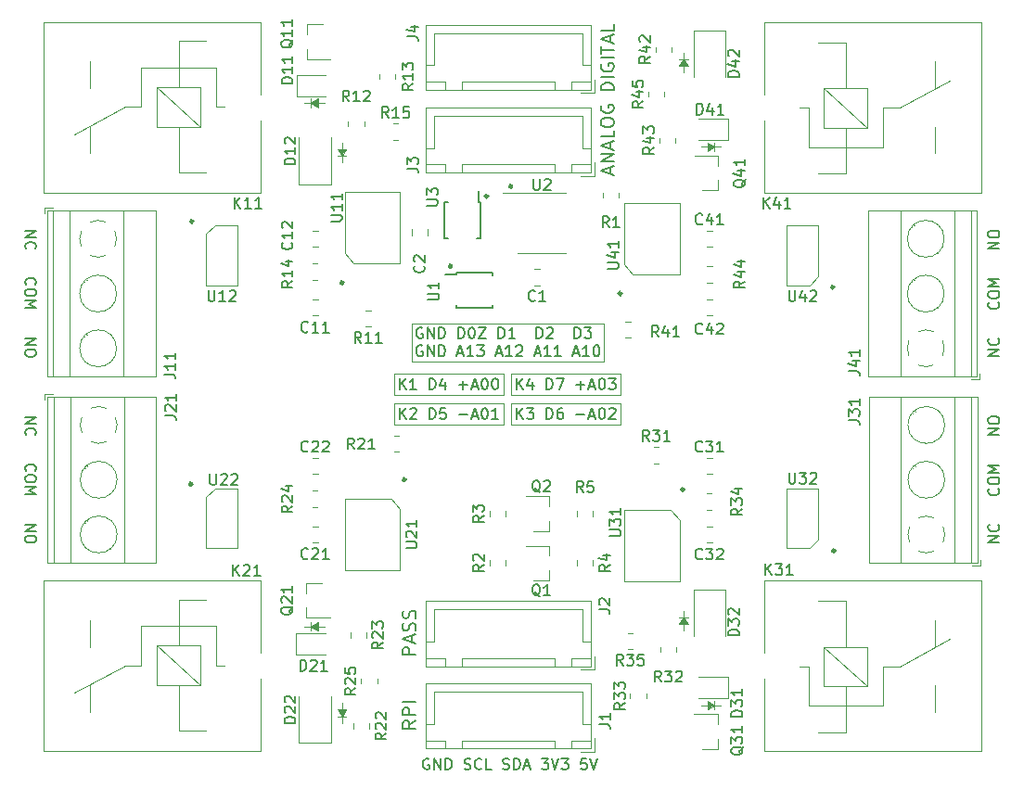
<source format=gto>
G04 #@! TF.GenerationSoftware,KiCad,Pcbnew,5.1.10*
G04 #@! TF.CreationDate,2021-06-18T04:30:29+02:00*
G04 #@! TF.ProjectId,power-extender,706f7765-722d-4657-9874-656e6465722e,1*
G04 #@! TF.SameCoordinates,Original*
G04 #@! TF.FileFunction,Legend,Top*
G04 #@! TF.FilePolarity,Positive*
%FSLAX46Y46*%
G04 Gerber Fmt 4.6, Leading zero omitted, Abs format (unit mm)*
G04 Created by KiCad (PCBNEW 5.1.10) date 2021-06-18 04:30:29*
%MOMM*%
%LPD*%
G01*
G04 APERTURE LIST*
%ADD10C,0.120000*%
%ADD11C,0.100000*%
%ADD12C,0.150000*%
%ADD13C,0.300000*%
G04 APERTURE END LIST*
D10*
X133200000Y-131200000D02*
X133200000Y-129400000D01*
X133600000Y-130600000D02*
X132800000Y-130600000D01*
D11*
G36*
X133200000Y-130600000D02*
G01*
X132800000Y-130000000D01*
X133600000Y-130000000D01*
X133200000Y-130600000D01*
G37*
X133200000Y-130600000D02*
X132800000Y-130000000D01*
X133600000Y-130000000D01*
X133200000Y-130600000D01*
D10*
X158650000Y-99300000D02*
X148650000Y-99300000D01*
X148650000Y-99300000D02*
X148650000Y-101300000D01*
X148650000Y-101300000D02*
X158650000Y-101300000D01*
X158650000Y-101300000D02*
X158650000Y-99300000D01*
X137950000Y-102000000D02*
X137950000Y-104000000D01*
X137950000Y-104000000D02*
X147950000Y-104000000D01*
X147950000Y-104000000D02*
X147950000Y-102000000D01*
X147950000Y-102000000D02*
X137950000Y-102000000D01*
X148650000Y-102000000D02*
X148650000Y-104000000D01*
X158650000Y-104000000D02*
X158650000Y-102000000D01*
X148650000Y-104000000D02*
X158650000Y-104000000D01*
X158650000Y-102000000D02*
X148650000Y-102000000D01*
X147950000Y-99300000D02*
X137950000Y-99300000D01*
X147950000Y-101300000D02*
X147950000Y-99300000D01*
X137950000Y-101300000D02*
X147950000Y-101300000D01*
X137950000Y-99300000D02*
X137950000Y-101300000D01*
D12*
X149173809Y-103452380D02*
X149173809Y-102452380D01*
X149745238Y-103452380D02*
X149316666Y-102880952D01*
X149745238Y-102452380D02*
X149173809Y-103023809D01*
X150078571Y-102452380D02*
X150697619Y-102452380D01*
X150364285Y-102833333D01*
X150507142Y-102833333D01*
X150602380Y-102880952D01*
X150650000Y-102928571D01*
X150697619Y-103023809D01*
X150697619Y-103261904D01*
X150650000Y-103357142D01*
X150602380Y-103404761D01*
X150507142Y-103452380D01*
X150221428Y-103452380D01*
X150126190Y-103404761D01*
X150078571Y-103357142D01*
X151888095Y-103452380D02*
X151888095Y-102452380D01*
X152126190Y-102452380D01*
X152269047Y-102500000D01*
X152364285Y-102595238D01*
X152411904Y-102690476D01*
X152459523Y-102880952D01*
X152459523Y-103023809D01*
X152411904Y-103214285D01*
X152364285Y-103309523D01*
X152269047Y-103404761D01*
X152126190Y-103452380D01*
X151888095Y-103452380D01*
X153316666Y-102452380D02*
X153126190Y-102452380D01*
X153030952Y-102500000D01*
X152983333Y-102547619D01*
X152888095Y-102690476D01*
X152840476Y-102880952D01*
X152840476Y-103261904D01*
X152888095Y-103357142D01*
X152935714Y-103404761D01*
X153030952Y-103452380D01*
X153221428Y-103452380D01*
X153316666Y-103404761D01*
X153364285Y-103357142D01*
X153411904Y-103261904D01*
X153411904Y-103023809D01*
X153364285Y-102928571D01*
X153316666Y-102880952D01*
X153221428Y-102833333D01*
X153030952Y-102833333D01*
X152935714Y-102880952D01*
X152888095Y-102928571D01*
X152840476Y-103023809D01*
X154602380Y-103071428D02*
X155364285Y-103071428D01*
X155792857Y-103166666D02*
X156269047Y-103166666D01*
X155697619Y-103452380D02*
X156030952Y-102452380D01*
X156364285Y-103452380D01*
X156888095Y-102452380D02*
X156983333Y-102452380D01*
X157078571Y-102500000D01*
X157126190Y-102547619D01*
X157173809Y-102642857D01*
X157221428Y-102833333D01*
X157221428Y-103071428D01*
X157173809Y-103261904D01*
X157126190Y-103357142D01*
X157078571Y-103404761D01*
X156983333Y-103452380D01*
X156888095Y-103452380D01*
X156792857Y-103404761D01*
X156745238Y-103357142D01*
X156697619Y-103261904D01*
X156650000Y-103071428D01*
X156650000Y-102833333D01*
X156697619Y-102642857D01*
X156745238Y-102547619D01*
X156792857Y-102500000D01*
X156888095Y-102452380D01*
X157602380Y-102547619D02*
X157650000Y-102500000D01*
X157745238Y-102452380D01*
X157983333Y-102452380D01*
X158078571Y-102500000D01*
X158126190Y-102547619D01*
X158173809Y-102642857D01*
X158173809Y-102738095D01*
X158126190Y-102880952D01*
X157554761Y-103452380D01*
X158173809Y-103452380D01*
X138473809Y-103452380D02*
X138473809Y-102452380D01*
X139045238Y-103452380D02*
X138616666Y-102880952D01*
X139045238Y-102452380D02*
X138473809Y-103023809D01*
X139426190Y-102547619D02*
X139473809Y-102500000D01*
X139569047Y-102452380D01*
X139807142Y-102452380D01*
X139902380Y-102500000D01*
X139950000Y-102547619D01*
X139997619Y-102642857D01*
X139997619Y-102738095D01*
X139950000Y-102880952D01*
X139378571Y-103452380D01*
X139997619Y-103452380D01*
X141188095Y-103452380D02*
X141188095Y-102452380D01*
X141426190Y-102452380D01*
X141569047Y-102500000D01*
X141664285Y-102595238D01*
X141711904Y-102690476D01*
X141759523Y-102880952D01*
X141759523Y-103023809D01*
X141711904Y-103214285D01*
X141664285Y-103309523D01*
X141569047Y-103404761D01*
X141426190Y-103452380D01*
X141188095Y-103452380D01*
X142664285Y-102452380D02*
X142188095Y-102452380D01*
X142140476Y-102928571D01*
X142188095Y-102880952D01*
X142283333Y-102833333D01*
X142521428Y-102833333D01*
X142616666Y-102880952D01*
X142664285Y-102928571D01*
X142711904Y-103023809D01*
X142711904Y-103261904D01*
X142664285Y-103357142D01*
X142616666Y-103404761D01*
X142521428Y-103452380D01*
X142283333Y-103452380D01*
X142188095Y-103404761D01*
X142140476Y-103357142D01*
X143902380Y-103071428D02*
X144664285Y-103071428D01*
X145092857Y-103166666D02*
X145569047Y-103166666D01*
X144997619Y-103452380D02*
X145330952Y-102452380D01*
X145664285Y-103452380D01*
X146188095Y-102452380D02*
X146283333Y-102452380D01*
X146378571Y-102500000D01*
X146426190Y-102547619D01*
X146473809Y-102642857D01*
X146521428Y-102833333D01*
X146521428Y-103071428D01*
X146473809Y-103261904D01*
X146426190Y-103357142D01*
X146378571Y-103404761D01*
X146283333Y-103452380D01*
X146188095Y-103452380D01*
X146092857Y-103404761D01*
X146045238Y-103357142D01*
X145997619Y-103261904D01*
X145950000Y-103071428D01*
X145950000Y-102833333D01*
X145997619Y-102642857D01*
X146045238Y-102547619D01*
X146092857Y-102500000D01*
X146188095Y-102452380D01*
X147473809Y-103452380D02*
X146902380Y-103452380D01*
X147188095Y-103452380D02*
X147188095Y-102452380D01*
X147092857Y-102595238D01*
X146997619Y-102690476D01*
X146902380Y-102738095D01*
X149173809Y-100752380D02*
X149173809Y-99752380D01*
X149745238Y-100752380D02*
X149316666Y-100180952D01*
X149745238Y-99752380D02*
X149173809Y-100323809D01*
X150602380Y-100085714D02*
X150602380Y-100752380D01*
X150364285Y-99704761D02*
X150126190Y-100419047D01*
X150745238Y-100419047D01*
X151888095Y-100752380D02*
X151888095Y-99752380D01*
X152126190Y-99752380D01*
X152269047Y-99800000D01*
X152364285Y-99895238D01*
X152411904Y-99990476D01*
X152459523Y-100180952D01*
X152459523Y-100323809D01*
X152411904Y-100514285D01*
X152364285Y-100609523D01*
X152269047Y-100704761D01*
X152126190Y-100752380D01*
X151888095Y-100752380D01*
X152792857Y-99752380D02*
X153459523Y-99752380D01*
X153030952Y-100752380D01*
X154602380Y-100371428D02*
X155364285Y-100371428D01*
X154983333Y-100752380D02*
X154983333Y-99990476D01*
X155792857Y-100466666D02*
X156269047Y-100466666D01*
X155697619Y-100752380D02*
X156030952Y-99752380D01*
X156364285Y-100752380D01*
X156888095Y-99752380D02*
X156983333Y-99752380D01*
X157078571Y-99800000D01*
X157126190Y-99847619D01*
X157173809Y-99942857D01*
X157221428Y-100133333D01*
X157221428Y-100371428D01*
X157173809Y-100561904D01*
X157126190Y-100657142D01*
X157078571Y-100704761D01*
X156983333Y-100752380D01*
X156888095Y-100752380D01*
X156792857Y-100704761D01*
X156745238Y-100657142D01*
X156697619Y-100561904D01*
X156650000Y-100371428D01*
X156650000Y-100133333D01*
X156697619Y-99942857D01*
X156745238Y-99847619D01*
X156792857Y-99800000D01*
X156888095Y-99752380D01*
X157554761Y-99752380D02*
X158173809Y-99752380D01*
X157840476Y-100133333D01*
X157983333Y-100133333D01*
X158078571Y-100180952D01*
X158126190Y-100228571D01*
X158173809Y-100323809D01*
X158173809Y-100561904D01*
X158126190Y-100657142D01*
X158078571Y-100704761D01*
X157983333Y-100752380D01*
X157697619Y-100752380D01*
X157602380Y-100704761D01*
X157554761Y-100657142D01*
D10*
X157100000Y-94700000D02*
X139600000Y-94700000D01*
X157100000Y-98200000D02*
X157100000Y-94700000D01*
X139600000Y-98200000D02*
X157100000Y-98200000D01*
X139600000Y-94700000D02*
X139600000Y-98200000D01*
D12*
X140540476Y-95125000D02*
X140445238Y-95077380D01*
X140302380Y-95077380D01*
X140159523Y-95125000D01*
X140064285Y-95220238D01*
X140016666Y-95315476D01*
X139969047Y-95505952D01*
X139969047Y-95648809D01*
X140016666Y-95839285D01*
X140064285Y-95934523D01*
X140159523Y-96029761D01*
X140302380Y-96077380D01*
X140397619Y-96077380D01*
X140540476Y-96029761D01*
X140588095Y-95982142D01*
X140588095Y-95648809D01*
X140397619Y-95648809D01*
X141016666Y-96077380D02*
X141016666Y-95077380D01*
X141588095Y-96077380D01*
X141588095Y-95077380D01*
X142064285Y-96077380D02*
X142064285Y-95077380D01*
X142302380Y-95077380D01*
X142445238Y-95125000D01*
X142540476Y-95220238D01*
X142588095Y-95315476D01*
X142635714Y-95505952D01*
X142635714Y-95648809D01*
X142588095Y-95839285D01*
X142540476Y-95934523D01*
X142445238Y-96029761D01*
X142302380Y-96077380D01*
X142064285Y-96077380D01*
X143826190Y-96077380D02*
X143826190Y-95077380D01*
X144064285Y-95077380D01*
X144207142Y-95125000D01*
X144302380Y-95220238D01*
X144350000Y-95315476D01*
X144397619Y-95505952D01*
X144397619Y-95648809D01*
X144350000Y-95839285D01*
X144302380Y-95934523D01*
X144207142Y-96029761D01*
X144064285Y-96077380D01*
X143826190Y-96077380D01*
X145016666Y-95077380D02*
X145111904Y-95077380D01*
X145207142Y-95125000D01*
X145254761Y-95172619D01*
X145302380Y-95267857D01*
X145350000Y-95458333D01*
X145350000Y-95696428D01*
X145302380Y-95886904D01*
X145254761Y-95982142D01*
X145207142Y-96029761D01*
X145111904Y-96077380D01*
X145016666Y-96077380D01*
X144921428Y-96029761D01*
X144873809Y-95982142D01*
X144826190Y-95886904D01*
X144778571Y-95696428D01*
X144778571Y-95458333D01*
X144826190Y-95267857D01*
X144873809Y-95172619D01*
X144921428Y-95125000D01*
X145016666Y-95077380D01*
X145683333Y-95077380D02*
X146350000Y-95077380D01*
X145683333Y-96077380D01*
X146350000Y-96077380D01*
X147492857Y-96077380D02*
X147492857Y-95077380D01*
X147730952Y-95077380D01*
X147873809Y-95125000D01*
X147969047Y-95220238D01*
X148016666Y-95315476D01*
X148064285Y-95505952D01*
X148064285Y-95648809D01*
X148016666Y-95839285D01*
X147969047Y-95934523D01*
X147873809Y-96029761D01*
X147730952Y-96077380D01*
X147492857Y-96077380D01*
X149016666Y-96077380D02*
X148445238Y-96077380D01*
X148730952Y-96077380D02*
X148730952Y-95077380D01*
X148635714Y-95220238D01*
X148540476Y-95315476D01*
X148445238Y-95363095D01*
X150969047Y-96077380D02*
X150969047Y-95077380D01*
X151207142Y-95077380D01*
X151350000Y-95125000D01*
X151445238Y-95220238D01*
X151492857Y-95315476D01*
X151540476Y-95505952D01*
X151540476Y-95648809D01*
X151492857Y-95839285D01*
X151445238Y-95934523D01*
X151350000Y-96029761D01*
X151207142Y-96077380D01*
X150969047Y-96077380D01*
X151921428Y-95172619D02*
X151969047Y-95125000D01*
X152064285Y-95077380D01*
X152302380Y-95077380D01*
X152397619Y-95125000D01*
X152445238Y-95172619D01*
X152492857Y-95267857D01*
X152492857Y-95363095D01*
X152445238Y-95505952D01*
X151873809Y-96077380D01*
X152492857Y-96077380D01*
X154445238Y-96077380D02*
X154445238Y-95077380D01*
X154683333Y-95077380D01*
X154826190Y-95125000D01*
X154921428Y-95220238D01*
X154969047Y-95315476D01*
X155016666Y-95505952D01*
X155016666Y-95648809D01*
X154969047Y-95839285D01*
X154921428Y-95934523D01*
X154826190Y-96029761D01*
X154683333Y-96077380D01*
X154445238Y-96077380D01*
X155350000Y-95077380D02*
X155969047Y-95077380D01*
X155635714Y-95458333D01*
X155778571Y-95458333D01*
X155873809Y-95505952D01*
X155921428Y-95553571D01*
X155969047Y-95648809D01*
X155969047Y-95886904D01*
X155921428Y-95982142D01*
X155873809Y-96029761D01*
X155778571Y-96077380D01*
X155492857Y-96077380D01*
X155397619Y-96029761D01*
X155350000Y-95982142D01*
X140540476Y-96775000D02*
X140445238Y-96727380D01*
X140302380Y-96727380D01*
X140159523Y-96775000D01*
X140064285Y-96870238D01*
X140016666Y-96965476D01*
X139969047Y-97155952D01*
X139969047Y-97298809D01*
X140016666Y-97489285D01*
X140064285Y-97584523D01*
X140159523Y-97679761D01*
X140302380Y-97727380D01*
X140397619Y-97727380D01*
X140540476Y-97679761D01*
X140588095Y-97632142D01*
X140588095Y-97298809D01*
X140397619Y-97298809D01*
X141016666Y-97727380D02*
X141016666Y-96727380D01*
X141588095Y-97727380D01*
X141588095Y-96727380D01*
X142064285Y-97727380D02*
X142064285Y-96727380D01*
X142302380Y-96727380D01*
X142445238Y-96775000D01*
X142540476Y-96870238D01*
X142588095Y-96965476D01*
X142635714Y-97155952D01*
X142635714Y-97298809D01*
X142588095Y-97489285D01*
X142540476Y-97584523D01*
X142445238Y-97679761D01*
X142302380Y-97727380D01*
X142064285Y-97727380D01*
X143778571Y-97441666D02*
X144254761Y-97441666D01*
X143683333Y-97727380D02*
X144016666Y-96727380D01*
X144350000Y-97727380D01*
X145207142Y-97727380D02*
X144635714Y-97727380D01*
X144921428Y-97727380D02*
X144921428Y-96727380D01*
X144826190Y-96870238D01*
X144730952Y-96965476D01*
X144635714Y-97013095D01*
X145540476Y-96727380D02*
X146159523Y-96727380D01*
X145826190Y-97108333D01*
X145969047Y-97108333D01*
X146064285Y-97155952D01*
X146111904Y-97203571D01*
X146159523Y-97298809D01*
X146159523Y-97536904D01*
X146111904Y-97632142D01*
X146064285Y-97679761D01*
X145969047Y-97727380D01*
X145683333Y-97727380D01*
X145588095Y-97679761D01*
X145540476Y-97632142D01*
X147302380Y-97441666D02*
X147778571Y-97441666D01*
X147207142Y-97727380D02*
X147540476Y-96727380D01*
X147873809Y-97727380D01*
X148730952Y-97727380D02*
X148159523Y-97727380D01*
X148445238Y-97727380D02*
X148445238Y-96727380D01*
X148350000Y-96870238D01*
X148254761Y-96965476D01*
X148159523Y-97013095D01*
X149111904Y-96822619D02*
X149159523Y-96775000D01*
X149254761Y-96727380D01*
X149492857Y-96727380D01*
X149588095Y-96775000D01*
X149635714Y-96822619D01*
X149683333Y-96917857D01*
X149683333Y-97013095D01*
X149635714Y-97155952D01*
X149064285Y-97727380D01*
X149683333Y-97727380D01*
X150826190Y-97441666D02*
X151302380Y-97441666D01*
X150730952Y-97727380D02*
X151064285Y-96727380D01*
X151397619Y-97727380D01*
X152254761Y-97727380D02*
X151683333Y-97727380D01*
X151969047Y-97727380D02*
X151969047Y-96727380D01*
X151873809Y-96870238D01*
X151778571Y-96965476D01*
X151683333Y-97013095D01*
X153207142Y-97727380D02*
X152635714Y-97727380D01*
X152921428Y-97727380D02*
X152921428Y-96727380D01*
X152826190Y-96870238D01*
X152730952Y-96965476D01*
X152635714Y-97013095D01*
X154350000Y-97441666D02*
X154826190Y-97441666D01*
X154254761Y-97727380D02*
X154588095Y-96727380D01*
X154921428Y-97727380D01*
X155778571Y-97727380D02*
X155207142Y-97727380D01*
X155492857Y-97727380D02*
X155492857Y-96727380D01*
X155397619Y-96870238D01*
X155302380Y-96965476D01*
X155207142Y-97013095D01*
X156397619Y-96727380D02*
X156492857Y-96727380D01*
X156588095Y-96775000D01*
X156635714Y-96822619D01*
X156683333Y-96917857D01*
X156730952Y-97108333D01*
X156730952Y-97346428D01*
X156683333Y-97536904D01*
X156635714Y-97632142D01*
X156588095Y-97679761D01*
X156492857Y-97727380D01*
X156397619Y-97727380D01*
X156302380Y-97679761D01*
X156254761Y-97632142D01*
X156207142Y-97536904D01*
X156159523Y-97346428D01*
X156159523Y-97108333D01*
X156207142Y-96917857D01*
X156254761Y-96822619D01*
X156302380Y-96775000D01*
X156397619Y-96727380D01*
D11*
G36*
X167200000Y-129600000D02*
G01*
X166600000Y-130000000D01*
X166600000Y-129200000D01*
X167200000Y-129600000D01*
G37*
X167200000Y-129600000D02*
X166600000Y-130000000D01*
X166600000Y-129200000D01*
X167200000Y-129600000D01*
D10*
X167800000Y-129600000D02*
X166000000Y-129600000D01*
X167200000Y-129200000D02*
X167200000Y-130000000D01*
X164000000Y-121600000D02*
X164800000Y-121600000D01*
X164400000Y-121000000D02*
X164400000Y-122800000D01*
D11*
G36*
X164800000Y-122200000D02*
G01*
X164000000Y-122200000D01*
X164400000Y-121600000D01*
X164800000Y-122200000D01*
G37*
X164800000Y-122200000D02*
X164000000Y-122200000D01*
X164400000Y-121600000D01*
X164800000Y-122200000D01*
G36*
X167200000Y-78600000D02*
G01*
X166600000Y-79000000D01*
X166600000Y-78200000D01*
X167200000Y-78600000D01*
G37*
X167200000Y-78600000D02*
X166600000Y-79000000D01*
X166600000Y-78200000D01*
X167200000Y-78600000D01*
D10*
X167200000Y-78200000D02*
X167200000Y-79000000D01*
X167800000Y-78600000D02*
X166000000Y-78600000D01*
D11*
G36*
X164800000Y-71200000D02*
G01*
X164000000Y-71200000D01*
X164400000Y-70600000D01*
X164800000Y-71200000D01*
G37*
X164800000Y-71200000D02*
X164000000Y-71200000D01*
X164400000Y-70600000D01*
X164800000Y-71200000D01*
D10*
X164000000Y-70600000D02*
X164800000Y-70600000D01*
X164400000Y-70000000D02*
X164400000Y-71800000D01*
D11*
G36*
X131000000Y-75000000D02*
G01*
X130400000Y-74600000D01*
X131000000Y-74200000D01*
X131000000Y-75000000D01*
G37*
X131000000Y-75000000D02*
X130400000Y-74600000D01*
X131000000Y-74200000D01*
X131000000Y-75000000D01*
D10*
X129800000Y-74600000D02*
X131600000Y-74600000D01*
X130400000Y-75000000D02*
X130400000Y-74200000D01*
D11*
G36*
X133200000Y-79400000D02*
G01*
X132800000Y-78800000D01*
X133600000Y-78800000D01*
X133200000Y-79400000D01*
G37*
X133200000Y-79400000D02*
X132800000Y-78800000D01*
X133600000Y-78800000D01*
X133200000Y-79400000D01*
D10*
X133200000Y-80000000D02*
X133200000Y-78200000D01*
X133600000Y-79400000D02*
X132800000Y-79400000D01*
X129800000Y-122400000D02*
X131600000Y-122400000D01*
X130400000Y-122800000D02*
X130400000Y-122000000D01*
D11*
G36*
X131000000Y-122800000D02*
G01*
X130400000Y-122400000D01*
X131000000Y-122000000D01*
X131000000Y-122800000D01*
G37*
X131000000Y-122800000D02*
X130400000Y-122400000D01*
X131000000Y-122000000D01*
X131000000Y-122800000D01*
D13*
X164400000Y-109900000D02*
G75*
G03*
X164400000Y-109900000I-100000J0D01*
G01*
X178100000Y-91400000D02*
G75*
G03*
X178100000Y-91400000I-100000J0D01*
G01*
X148700000Y-82200000D02*
G75*
G03*
X148700000Y-82200000I-100000J0D01*
G01*
X146500000Y-83100000D02*
G75*
G03*
X146500000Y-83100000I-100000J0D01*
G01*
X143200000Y-89500000D02*
G75*
G03*
X143200000Y-89500000I-100000J0D01*
G01*
X133300000Y-91000000D02*
G75*
G03*
X133300000Y-91000000I-100000J0D01*
G01*
X158700000Y-92000000D02*
G75*
G03*
X158700000Y-92000000I-100000J0D01*
G01*
X178200000Y-115500000D02*
G75*
G03*
X178200000Y-115500000I-100000J0D01*
G01*
X139000000Y-109000000D02*
G75*
G03*
X139000000Y-109000000I-100000J0D01*
G01*
X119500000Y-109400000D02*
G75*
G03*
X119500000Y-109400000I-100000J0D01*
G01*
X119600000Y-85400000D02*
G75*
G03*
X119600000Y-85400000I-100000J0D01*
G01*
D12*
X193202380Y-97714285D02*
X192202380Y-97714285D01*
X193202380Y-97142857D01*
X192202380Y-97142857D01*
X193107142Y-96095238D02*
X193154761Y-96142857D01*
X193202380Y-96285714D01*
X193202380Y-96380952D01*
X193154761Y-96523809D01*
X193059523Y-96619047D01*
X192964285Y-96666666D01*
X192773809Y-96714285D01*
X192630952Y-96714285D01*
X192440476Y-96666666D01*
X192345238Y-96619047D01*
X192250000Y-96523809D01*
X192202380Y-96380952D01*
X192202380Y-96285714D01*
X192250000Y-96142857D01*
X192297619Y-96095238D01*
X193107142Y-92809523D02*
X193154761Y-92857142D01*
X193202380Y-93000000D01*
X193202380Y-93095238D01*
X193154761Y-93238095D01*
X193059523Y-93333333D01*
X192964285Y-93380952D01*
X192773809Y-93428571D01*
X192630952Y-93428571D01*
X192440476Y-93380952D01*
X192345238Y-93333333D01*
X192250000Y-93238095D01*
X192202380Y-93095238D01*
X192202380Y-93000000D01*
X192250000Y-92857142D01*
X192297619Y-92809523D01*
X192202380Y-92190476D02*
X192202380Y-92000000D01*
X192250000Y-91904761D01*
X192345238Y-91809523D01*
X192535714Y-91761904D01*
X192869047Y-91761904D01*
X193059523Y-91809523D01*
X193154761Y-91904761D01*
X193202380Y-92000000D01*
X193202380Y-92190476D01*
X193154761Y-92285714D01*
X193059523Y-92380952D01*
X192869047Y-92428571D01*
X192535714Y-92428571D01*
X192345238Y-92380952D01*
X192250000Y-92285714D01*
X192202380Y-92190476D01*
X193202380Y-91333333D02*
X192202380Y-91333333D01*
X192916666Y-91000000D01*
X192202380Y-90666666D01*
X193202380Y-90666666D01*
X193202380Y-87904761D02*
X192202380Y-87904761D01*
X193202380Y-87333333D01*
X192202380Y-87333333D01*
X192202380Y-86666666D02*
X192202380Y-86476190D01*
X192250000Y-86380952D01*
X192345238Y-86285714D01*
X192535714Y-86238095D01*
X192869047Y-86238095D01*
X193059523Y-86285714D01*
X193154761Y-86380952D01*
X193202380Y-86476190D01*
X193202380Y-86666666D01*
X193154761Y-86761904D01*
X193059523Y-86857142D01*
X192869047Y-86904761D01*
X192535714Y-86904761D01*
X192345238Y-86857142D01*
X192250000Y-86761904D01*
X192202380Y-86666666D01*
X193202380Y-114714285D02*
X192202380Y-114714285D01*
X193202380Y-114142857D01*
X192202380Y-114142857D01*
X193107142Y-113095238D02*
X193154761Y-113142857D01*
X193202380Y-113285714D01*
X193202380Y-113380952D01*
X193154761Y-113523809D01*
X193059523Y-113619047D01*
X192964285Y-113666666D01*
X192773809Y-113714285D01*
X192630952Y-113714285D01*
X192440476Y-113666666D01*
X192345238Y-113619047D01*
X192250000Y-113523809D01*
X192202380Y-113380952D01*
X192202380Y-113285714D01*
X192250000Y-113142857D01*
X192297619Y-113095238D01*
X193107142Y-109809523D02*
X193154761Y-109857142D01*
X193202380Y-110000000D01*
X193202380Y-110095238D01*
X193154761Y-110238095D01*
X193059523Y-110333333D01*
X192964285Y-110380952D01*
X192773809Y-110428571D01*
X192630952Y-110428571D01*
X192440476Y-110380952D01*
X192345238Y-110333333D01*
X192250000Y-110238095D01*
X192202380Y-110095238D01*
X192202380Y-110000000D01*
X192250000Y-109857142D01*
X192297619Y-109809523D01*
X192202380Y-109190476D02*
X192202380Y-109000000D01*
X192250000Y-108904761D01*
X192345238Y-108809523D01*
X192535714Y-108761904D01*
X192869047Y-108761904D01*
X193059523Y-108809523D01*
X193154761Y-108904761D01*
X193202380Y-109000000D01*
X193202380Y-109190476D01*
X193154761Y-109285714D01*
X193059523Y-109380952D01*
X192869047Y-109428571D01*
X192535714Y-109428571D01*
X192345238Y-109380952D01*
X192250000Y-109285714D01*
X192202380Y-109190476D01*
X193202380Y-108333333D02*
X192202380Y-108333333D01*
X192916666Y-108000000D01*
X192202380Y-107666666D01*
X193202380Y-107666666D01*
X193202380Y-104904761D02*
X192202380Y-104904761D01*
X193202380Y-104333333D01*
X192202380Y-104333333D01*
X192202380Y-103666666D02*
X192202380Y-103476190D01*
X192250000Y-103380952D01*
X192345238Y-103285714D01*
X192535714Y-103238095D01*
X192869047Y-103238095D01*
X193059523Y-103285714D01*
X193154761Y-103380952D01*
X193202380Y-103476190D01*
X193202380Y-103666666D01*
X193154761Y-103761904D01*
X193059523Y-103857142D01*
X192869047Y-103904761D01*
X192535714Y-103904761D01*
X192345238Y-103857142D01*
X192250000Y-103761904D01*
X192202380Y-103666666D01*
X104297619Y-103285714D02*
X105297619Y-103285714D01*
X104297619Y-103857142D01*
X105297619Y-103857142D01*
X104392857Y-104904761D02*
X104345238Y-104857142D01*
X104297619Y-104714285D01*
X104297619Y-104619047D01*
X104345238Y-104476190D01*
X104440476Y-104380952D01*
X104535714Y-104333333D01*
X104726190Y-104285714D01*
X104869047Y-104285714D01*
X105059523Y-104333333D01*
X105154761Y-104380952D01*
X105250000Y-104476190D01*
X105297619Y-104619047D01*
X105297619Y-104714285D01*
X105250000Y-104857142D01*
X105202380Y-104904761D01*
X104392857Y-108190476D02*
X104345238Y-108142857D01*
X104297619Y-108000000D01*
X104297619Y-107904761D01*
X104345238Y-107761904D01*
X104440476Y-107666666D01*
X104535714Y-107619047D01*
X104726190Y-107571428D01*
X104869047Y-107571428D01*
X105059523Y-107619047D01*
X105154761Y-107666666D01*
X105250000Y-107761904D01*
X105297619Y-107904761D01*
X105297619Y-108000000D01*
X105250000Y-108142857D01*
X105202380Y-108190476D01*
X105297619Y-108809523D02*
X105297619Y-109000000D01*
X105250000Y-109095238D01*
X105154761Y-109190476D01*
X104964285Y-109238095D01*
X104630952Y-109238095D01*
X104440476Y-109190476D01*
X104345238Y-109095238D01*
X104297619Y-109000000D01*
X104297619Y-108809523D01*
X104345238Y-108714285D01*
X104440476Y-108619047D01*
X104630952Y-108571428D01*
X104964285Y-108571428D01*
X105154761Y-108619047D01*
X105250000Y-108714285D01*
X105297619Y-108809523D01*
X104297619Y-109666666D02*
X105297619Y-109666666D01*
X104583333Y-110000000D01*
X105297619Y-110333333D01*
X104297619Y-110333333D01*
X104297619Y-113095238D02*
X105297619Y-113095238D01*
X104297619Y-113666666D01*
X105297619Y-113666666D01*
X105297619Y-114333333D02*
X105297619Y-114523809D01*
X105250000Y-114619047D01*
X105154761Y-114714285D01*
X104964285Y-114761904D01*
X104630952Y-114761904D01*
X104440476Y-114714285D01*
X104345238Y-114619047D01*
X104297619Y-114523809D01*
X104297619Y-114333333D01*
X104345238Y-114238095D01*
X104440476Y-114142857D01*
X104630952Y-114095238D01*
X104964285Y-114095238D01*
X105154761Y-114142857D01*
X105250000Y-114238095D01*
X105297619Y-114333333D01*
X104297619Y-86285714D02*
X105297619Y-86285714D01*
X104297619Y-86857142D01*
X105297619Y-86857142D01*
X104392857Y-87904761D02*
X104345238Y-87857142D01*
X104297619Y-87714285D01*
X104297619Y-87619047D01*
X104345238Y-87476190D01*
X104440476Y-87380952D01*
X104535714Y-87333333D01*
X104726190Y-87285714D01*
X104869047Y-87285714D01*
X105059523Y-87333333D01*
X105154761Y-87380952D01*
X105250000Y-87476190D01*
X105297619Y-87619047D01*
X105297619Y-87714285D01*
X105250000Y-87857142D01*
X105202380Y-87904761D01*
X104392857Y-91190476D02*
X104345238Y-91142857D01*
X104297619Y-91000000D01*
X104297619Y-90904761D01*
X104345238Y-90761904D01*
X104440476Y-90666666D01*
X104535714Y-90619047D01*
X104726190Y-90571428D01*
X104869047Y-90571428D01*
X105059523Y-90619047D01*
X105154761Y-90666666D01*
X105250000Y-90761904D01*
X105297619Y-90904761D01*
X105297619Y-91000000D01*
X105250000Y-91142857D01*
X105202380Y-91190476D01*
X105297619Y-91809523D02*
X105297619Y-92000000D01*
X105250000Y-92095238D01*
X105154761Y-92190476D01*
X104964285Y-92238095D01*
X104630952Y-92238095D01*
X104440476Y-92190476D01*
X104345238Y-92095238D01*
X104297619Y-92000000D01*
X104297619Y-91809523D01*
X104345238Y-91714285D01*
X104440476Y-91619047D01*
X104630952Y-91571428D01*
X104964285Y-91571428D01*
X105154761Y-91619047D01*
X105250000Y-91714285D01*
X105297619Y-91809523D01*
X104297619Y-92666666D02*
X105297619Y-92666666D01*
X104583333Y-93000000D01*
X105297619Y-93333333D01*
X104297619Y-93333333D01*
X104297619Y-96095238D02*
X105297619Y-96095238D01*
X104297619Y-96666666D01*
X105297619Y-96666666D01*
X105297619Y-97333333D02*
X105297619Y-97523809D01*
X105250000Y-97619047D01*
X105154761Y-97714285D01*
X104964285Y-97761904D01*
X104630952Y-97761904D01*
X104440476Y-97714285D01*
X104345238Y-97619047D01*
X104297619Y-97523809D01*
X104297619Y-97333333D01*
X104345238Y-97238095D01*
X104440476Y-97142857D01*
X104630952Y-97095238D01*
X104964285Y-97095238D01*
X105154761Y-97142857D01*
X105250000Y-97238095D01*
X105297619Y-97333333D01*
X138473809Y-100752380D02*
X138473809Y-99752380D01*
X139045238Y-100752380D02*
X138616666Y-100180952D01*
X139045238Y-99752380D02*
X138473809Y-100323809D01*
X139997619Y-100752380D02*
X139426190Y-100752380D01*
X139711904Y-100752380D02*
X139711904Y-99752380D01*
X139616666Y-99895238D01*
X139521428Y-99990476D01*
X139426190Y-100038095D01*
X141188095Y-100752380D02*
X141188095Y-99752380D01*
X141426190Y-99752380D01*
X141569047Y-99800000D01*
X141664285Y-99895238D01*
X141711904Y-99990476D01*
X141759523Y-100180952D01*
X141759523Y-100323809D01*
X141711904Y-100514285D01*
X141664285Y-100609523D01*
X141569047Y-100704761D01*
X141426190Y-100752380D01*
X141188095Y-100752380D01*
X142616666Y-100085714D02*
X142616666Y-100752380D01*
X142378571Y-99704761D02*
X142140476Y-100419047D01*
X142759523Y-100419047D01*
X143902380Y-100371428D02*
X144664285Y-100371428D01*
X144283333Y-100752380D02*
X144283333Y-99990476D01*
X145092857Y-100466666D02*
X145569047Y-100466666D01*
X144997619Y-100752380D02*
X145330952Y-99752380D01*
X145664285Y-100752380D01*
X146188095Y-99752380D02*
X146283333Y-99752380D01*
X146378571Y-99800000D01*
X146426190Y-99847619D01*
X146473809Y-99942857D01*
X146521428Y-100133333D01*
X146521428Y-100371428D01*
X146473809Y-100561904D01*
X146426190Y-100657142D01*
X146378571Y-100704761D01*
X146283333Y-100752380D01*
X146188095Y-100752380D01*
X146092857Y-100704761D01*
X146045238Y-100657142D01*
X145997619Y-100561904D01*
X145950000Y-100371428D01*
X145950000Y-100133333D01*
X145997619Y-99942857D01*
X146045238Y-99847619D01*
X146092857Y-99800000D01*
X146188095Y-99752380D01*
X147140476Y-99752380D02*
X147235714Y-99752380D01*
X147330952Y-99800000D01*
X147378571Y-99847619D01*
X147426190Y-99942857D01*
X147473809Y-100133333D01*
X147473809Y-100371428D01*
X147426190Y-100561904D01*
X147378571Y-100657142D01*
X147330952Y-100704761D01*
X147235714Y-100752380D01*
X147140476Y-100752380D01*
X147045238Y-100704761D01*
X146997619Y-100657142D01*
X146950000Y-100561904D01*
X146902380Y-100371428D01*
X146902380Y-100133333D01*
X146950000Y-99942857D01*
X146997619Y-99847619D01*
X147045238Y-99800000D01*
X147140476Y-99752380D01*
X141142857Y-134500000D02*
X141047619Y-134452380D01*
X140904761Y-134452380D01*
X140761904Y-134500000D01*
X140666666Y-134595238D01*
X140619047Y-134690476D01*
X140571428Y-134880952D01*
X140571428Y-135023809D01*
X140619047Y-135214285D01*
X140666666Y-135309523D01*
X140761904Y-135404761D01*
X140904761Y-135452380D01*
X141000000Y-135452380D01*
X141142857Y-135404761D01*
X141190476Y-135357142D01*
X141190476Y-135023809D01*
X141000000Y-135023809D01*
X141619047Y-135452380D02*
X141619047Y-134452380D01*
X142190476Y-135452380D01*
X142190476Y-134452380D01*
X142666666Y-135452380D02*
X142666666Y-134452380D01*
X142904761Y-134452380D01*
X143047619Y-134500000D01*
X143142857Y-134595238D01*
X143190476Y-134690476D01*
X143238095Y-134880952D01*
X143238095Y-135023809D01*
X143190476Y-135214285D01*
X143142857Y-135309523D01*
X143047619Y-135404761D01*
X142904761Y-135452380D01*
X142666666Y-135452380D01*
X144380952Y-135404761D02*
X144523809Y-135452380D01*
X144761904Y-135452380D01*
X144857142Y-135404761D01*
X144904761Y-135357142D01*
X144952380Y-135261904D01*
X144952380Y-135166666D01*
X144904761Y-135071428D01*
X144857142Y-135023809D01*
X144761904Y-134976190D01*
X144571428Y-134928571D01*
X144476190Y-134880952D01*
X144428571Y-134833333D01*
X144380952Y-134738095D01*
X144380952Y-134642857D01*
X144428571Y-134547619D01*
X144476190Y-134500000D01*
X144571428Y-134452380D01*
X144809523Y-134452380D01*
X144952380Y-134500000D01*
X145952380Y-135357142D02*
X145904761Y-135404761D01*
X145761904Y-135452380D01*
X145666666Y-135452380D01*
X145523809Y-135404761D01*
X145428571Y-135309523D01*
X145380952Y-135214285D01*
X145333333Y-135023809D01*
X145333333Y-134880952D01*
X145380952Y-134690476D01*
X145428571Y-134595238D01*
X145523809Y-134500000D01*
X145666666Y-134452380D01*
X145761904Y-134452380D01*
X145904761Y-134500000D01*
X145952380Y-134547619D01*
X146857142Y-135452380D02*
X146380952Y-135452380D01*
X146380952Y-134452380D01*
X147904761Y-135404761D02*
X148047619Y-135452380D01*
X148285714Y-135452380D01*
X148380952Y-135404761D01*
X148428571Y-135357142D01*
X148476190Y-135261904D01*
X148476190Y-135166666D01*
X148428571Y-135071428D01*
X148380952Y-135023809D01*
X148285714Y-134976190D01*
X148095238Y-134928571D01*
X148000000Y-134880952D01*
X147952380Y-134833333D01*
X147904761Y-134738095D01*
X147904761Y-134642857D01*
X147952380Y-134547619D01*
X148000000Y-134500000D01*
X148095238Y-134452380D01*
X148333333Y-134452380D01*
X148476190Y-134500000D01*
X148904761Y-135452380D02*
X148904761Y-134452380D01*
X149142857Y-134452380D01*
X149285714Y-134500000D01*
X149380952Y-134595238D01*
X149428571Y-134690476D01*
X149476190Y-134880952D01*
X149476190Y-135023809D01*
X149428571Y-135214285D01*
X149380952Y-135309523D01*
X149285714Y-135404761D01*
X149142857Y-135452380D01*
X148904761Y-135452380D01*
X149857142Y-135166666D02*
X150333333Y-135166666D01*
X149761904Y-135452380D02*
X150095238Y-134452380D01*
X150428571Y-135452380D01*
X151428571Y-134452380D02*
X152047619Y-134452380D01*
X151714285Y-134833333D01*
X151857142Y-134833333D01*
X151952380Y-134880952D01*
X152000000Y-134928571D01*
X152047619Y-135023809D01*
X152047619Y-135261904D01*
X152000000Y-135357142D01*
X151952380Y-135404761D01*
X151857142Y-135452380D01*
X151571428Y-135452380D01*
X151476190Y-135404761D01*
X151428571Y-135357142D01*
X152333333Y-134452380D02*
X152666666Y-135452380D01*
X153000000Y-134452380D01*
X153238095Y-134452380D02*
X153857142Y-134452380D01*
X153523809Y-134833333D01*
X153666666Y-134833333D01*
X153761904Y-134880952D01*
X153809523Y-134928571D01*
X153857142Y-135023809D01*
X153857142Y-135261904D01*
X153809523Y-135357142D01*
X153761904Y-135404761D01*
X153666666Y-135452380D01*
X153380952Y-135452380D01*
X153285714Y-135404761D01*
X153238095Y-135357142D01*
X155523809Y-134452380D02*
X155047619Y-134452380D01*
X155000000Y-134928571D01*
X155047619Y-134880952D01*
X155142857Y-134833333D01*
X155380952Y-134833333D01*
X155476190Y-134880952D01*
X155523809Y-134928571D01*
X155571428Y-135023809D01*
X155571428Y-135261904D01*
X155523809Y-135357142D01*
X155476190Y-135404761D01*
X155380952Y-135452380D01*
X155142857Y-135452380D01*
X155047619Y-135404761D01*
X155000000Y-135357142D01*
X155857142Y-134452380D02*
X156190476Y-135452380D01*
X156523809Y-134452380D01*
X158042857Y-73442857D02*
X156842857Y-73442857D01*
X156842857Y-73157142D01*
X156900000Y-72985714D01*
X157014285Y-72871428D01*
X157128571Y-72814285D01*
X157357142Y-72757142D01*
X157528571Y-72757142D01*
X157757142Y-72814285D01*
X157871428Y-72871428D01*
X157985714Y-72985714D01*
X158042857Y-73157142D01*
X158042857Y-73442857D01*
X158042857Y-72242857D02*
X156842857Y-72242857D01*
X156900000Y-71042857D02*
X156842857Y-71157142D01*
X156842857Y-71328571D01*
X156900000Y-71500000D01*
X157014285Y-71614285D01*
X157128571Y-71671428D01*
X157357142Y-71728571D01*
X157528571Y-71728571D01*
X157757142Y-71671428D01*
X157871428Y-71614285D01*
X157985714Y-71500000D01*
X158042857Y-71328571D01*
X158042857Y-71214285D01*
X157985714Y-71042857D01*
X157928571Y-70985714D01*
X157528571Y-70985714D01*
X157528571Y-71214285D01*
X158042857Y-70471428D02*
X156842857Y-70471428D01*
X156842857Y-70071428D02*
X156842857Y-69385714D01*
X158042857Y-69728571D02*
X156842857Y-69728571D01*
X157700000Y-69042857D02*
X157700000Y-68471428D01*
X158042857Y-69157142D02*
X156842857Y-68757142D01*
X158042857Y-68357142D01*
X158042857Y-67385714D02*
X158042857Y-67957142D01*
X156842857Y-67957142D01*
X157700000Y-81042857D02*
X157700000Y-80471428D01*
X158042857Y-81157142D02*
X156842857Y-80757142D01*
X158042857Y-80357142D01*
X158042857Y-79957142D02*
X156842857Y-79957142D01*
X158042857Y-79271428D01*
X156842857Y-79271428D01*
X157700000Y-78757142D02*
X157700000Y-78185714D01*
X158042857Y-78871428D02*
X156842857Y-78471428D01*
X158042857Y-78071428D01*
X158042857Y-77100000D02*
X158042857Y-77671428D01*
X156842857Y-77671428D01*
X156842857Y-76471428D02*
X156842857Y-76242857D01*
X156900000Y-76128571D01*
X157014285Y-76014285D01*
X157242857Y-75957142D01*
X157642857Y-75957142D01*
X157871428Y-76014285D01*
X157985714Y-76128571D01*
X158042857Y-76242857D01*
X158042857Y-76471428D01*
X157985714Y-76585714D01*
X157871428Y-76700000D01*
X157642857Y-76757142D01*
X157242857Y-76757142D01*
X157014285Y-76700000D01*
X156900000Y-76585714D01*
X156842857Y-76471428D01*
X156900000Y-74814285D02*
X156842857Y-74928571D01*
X156842857Y-75100000D01*
X156900000Y-75271428D01*
X157014285Y-75385714D01*
X157128571Y-75442857D01*
X157357142Y-75500000D01*
X157528571Y-75500000D01*
X157757142Y-75442857D01*
X157871428Y-75385714D01*
X157985714Y-75271428D01*
X158042857Y-75100000D01*
X158042857Y-74985714D01*
X157985714Y-74814285D01*
X157928571Y-74757142D01*
X157528571Y-74757142D01*
X157528571Y-74985714D01*
X139942857Y-124971428D02*
X138742857Y-124971428D01*
X138742857Y-124514285D01*
X138800000Y-124400000D01*
X138857142Y-124342857D01*
X138971428Y-124285714D01*
X139142857Y-124285714D01*
X139257142Y-124342857D01*
X139314285Y-124400000D01*
X139371428Y-124514285D01*
X139371428Y-124971428D01*
X139600000Y-123828571D02*
X139600000Y-123257142D01*
X139942857Y-123942857D02*
X138742857Y-123542857D01*
X139942857Y-123142857D01*
X139885714Y-122800000D02*
X139942857Y-122628571D01*
X139942857Y-122342857D01*
X139885714Y-122228571D01*
X139828571Y-122171428D01*
X139714285Y-122114285D01*
X139600000Y-122114285D01*
X139485714Y-122171428D01*
X139428571Y-122228571D01*
X139371428Y-122342857D01*
X139314285Y-122571428D01*
X139257142Y-122685714D01*
X139200000Y-122742857D01*
X139085714Y-122800000D01*
X138971428Y-122800000D01*
X138857142Y-122742857D01*
X138800000Y-122685714D01*
X138742857Y-122571428D01*
X138742857Y-122285714D01*
X138800000Y-122114285D01*
X139885714Y-121657142D02*
X139942857Y-121485714D01*
X139942857Y-121200000D01*
X139885714Y-121085714D01*
X139828571Y-121028571D01*
X139714285Y-120971428D01*
X139600000Y-120971428D01*
X139485714Y-121028571D01*
X139428571Y-121085714D01*
X139371428Y-121200000D01*
X139314285Y-121428571D01*
X139257142Y-121542857D01*
X139200000Y-121600000D01*
X139085714Y-121657142D01*
X138971428Y-121657142D01*
X138857142Y-121600000D01*
X138800000Y-121542857D01*
X138742857Y-121428571D01*
X138742857Y-121142857D01*
X138800000Y-120971428D01*
X139942857Y-131014285D02*
X139371428Y-131414285D01*
X139942857Y-131700000D02*
X138742857Y-131700000D01*
X138742857Y-131242857D01*
X138800000Y-131128571D01*
X138857142Y-131071428D01*
X138971428Y-131014285D01*
X139142857Y-131014285D01*
X139257142Y-131071428D01*
X139314285Y-131128571D01*
X139371428Y-131242857D01*
X139371428Y-131700000D01*
X139942857Y-130500000D02*
X138742857Y-130500000D01*
X138742857Y-130042857D01*
X138800000Y-129928571D01*
X138857142Y-129871428D01*
X138971428Y-129814285D01*
X139142857Y-129814285D01*
X139257142Y-129871428D01*
X139314285Y-129928571D01*
X139371428Y-130042857D01*
X139371428Y-130500000D01*
X139942857Y-129300000D02*
X138742857Y-129300000D01*
D10*
X120825000Y-91230000D02*
X120825000Y-86570000D01*
X123675000Y-91230000D02*
X120825000Y-91230000D01*
X123675000Y-85770000D02*
X123675000Y-91230000D01*
X121625000Y-85770000D02*
X123675000Y-85770000D01*
X120825000Y-86570000D02*
X121625000Y-85770000D01*
X176675000Y-85770000D02*
X176675000Y-90430000D01*
X173825000Y-85770000D02*
X176675000Y-85770000D01*
X173825000Y-91230000D02*
X173825000Y-85770000D01*
X175875000Y-91230000D02*
X173825000Y-91230000D01*
X176675000Y-90430000D02*
X175875000Y-91230000D01*
X165300000Y-68000000D02*
X168200000Y-68000000D01*
X165300000Y-72250000D02*
X165300000Y-68000000D01*
X168200000Y-72250000D02*
X168200000Y-68000000D01*
X165300000Y-119000000D02*
X168200000Y-119000000D01*
X165300000Y-123250000D02*
X165300000Y-119000000D01*
X168200000Y-123250000D02*
X168200000Y-119000000D01*
X132200000Y-133000000D02*
X129300000Y-133000000D01*
X132200000Y-128750000D02*
X132200000Y-133000000D01*
X129300000Y-128750000D02*
X129300000Y-133000000D01*
X132200000Y-82000000D02*
X129300000Y-82000000D01*
X132200000Y-77750000D02*
X132200000Y-82000000D01*
X129300000Y-77750000D02*
X129300000Y-82000000D01*
X133965000Y-123427064D02*
X133965000Y-122972936D01*
X135435000Y-123427064D02*
X135435000Y-122972936D01*
X134265000Y-131727064D02*
X134265000Y-131272936D01*
X135735000Y-131727064D02*
X135735000Y-131272936D01*
X136435000Y-127172936D02*
X136435000Y-127627064D01*
X134965000Y-127172936D02*
X134965000Y-127627064D01*
X138327064Y-77935000D02*
X137872936Y-77935000D01*
X138327064Y-76465000D02*
X137872936Y-76465000D01*
X136615000Y-72427064D02*
X136615000Y-71972936D01*
X138085000Y-72427064D02*
X138085000Y-71972936D01*
D12*
X145650000Y-83675000D02*
X145650000Y-82600000D01*
X142575000Y-83675000D02*
X142575000Y-86925000D01*
X145825000Y-83675000D02*
X145825000Y-86925000D01*
X142575000Y-83675000D02*
X142850000Y-83675000D01*
X142575000Y-86925000D02*
X142850000Y-86925000D01*
X145825000Y-86925000D02*
X145550000Y-86925000D01*
X145825000Y-83675000D02*
X145650000Y-83675000D01*
D10*
X151450000Y-88285000D02*
X153650000Y-88285000D01*
X151450000Y-88285000D02*
X149250000Y-88285000D01*
X151450000Y-82815000D02*
X153650000Y-82815000D01*
X151450000Y-82815000D02*
X147850000Y-82815000D01*
X159272936Y-123015000D02*
X159727064Y-123015000D01*
X159272936Y-124485000D02*
X159727064Y-124485000D01*
D12*
X143675000Y-90250000D02*
X142600000Y-90250000D01*
X143675000Y-93325000D02*
X146925000Y-93325000D01*
X143675000Y-90075000D02*
X146925000Y-90075000D01*
X143675000Y-93325000D02*
X143675000Y-93050000D01*
X146925000Y-93325000D02*
X146925000Y-93050000D01*
X146925000Y-90075000D02*
X146925000Y-90350000D01*
X143675000Y-90075000D02*
X143675000Y-90250000D01*
D10*
X167560000Y-82580000D02*
X167560000Y-81650000D01*
X167560000Y-79420000D02*
X167560000Y-80350000D01*
X167560000Y-79420000D02*
X165400000Y-79420000D01*
X167560000Y-82580000D02*
X166100000Y-82580000D01*
X163335000Y-69472936D02*
X163335000Y-69927064D01*
X161865000Y-69472936D02*
X161865000Y-69927064D01*
X166542936Y-89515000D02*
X166997064Y-89515000D01*
X166542936Y-90985000D02*
X166997064Y-90985000D01*
X171750000Y-76200000D02*
X171750000Y-82800000D01*
X171750000Y-67200000D02*
X171750000Y-73800000D01*
X171750000Y-67200000D02*
X191550000Y-67200000D01*
X191550000Y-67200000D02*
X191550000Y-82800000D01*
X191550000Y-82800000D02*
X171750000Y-82800000D01*
X187300000Y-79200000D02*
X187300000Y-76750000D01*
X187300000Y-70800000D02*
X187300000Y-73300000D01*
X176700000Y-81050000D02*
X179200000Y-81050000D01*
X175800000Y-75050000D02*
X175000000Y-75050000D01*
X179200000Y-69050000D02*
X176700000Y-69050000D01*
X182600000Y-75050000D02*
X184100000Y-75050000D01*
X184100000Y-75050000D02*
X188700000Y-72550000D01*
X182600000Y-78650000D02*
X175800000Y-78650000D01*
X182600000Y-75050000D02*
X182600000Y-78650000D01*
X175800000Y-75050000D02*
X175800000Y-78650000D01*
X179200000Y-69050000D02*
X179200000Y-73250000D01*
X179200000Y-76850000D02*
X179200000Y-81050000D01*
X181200000Y-76850000D02*
X177200000Y-73250000D01*
X177200000Y-76850000D02*
X177200000Y-73250000D01*
X177200000Y-73250000D02*
X181200000Y-73250000D01*
X181200000Y-73250000D02*
X181200000Y-76850000D01*
X181200000Y-76850000D02*
X177200000Y-76850000D01*
X165780000Y-77960000D02*
X168465000Y-77960000D01*
X168465000Y-77960000D02*
X168465000Y-76040000D01*
X168465000Y-76040000D02*
X165780000Y-76040000D01*
X163635000Y-77772936D02*
X163635000Y-78227064D01*
X162165000Y-77772936D02*
X162165000Y-78227064D01*
X164020000Y-90250000D02*
X159780000Y-90250000D01*
X164020000Y-83750000D02*
X164020000Y-90250000D01*
X158980000Y-83750000D02*
X164020000Y-83750000D01*
X158980000Y-89300000D02*
X158980000Y-83750000D01*
X159780000Y-90250000D02*
X158980000Y-89300000D01*
X167011252Y-93985000D02*
X166488748Y-93985000D01*
X167011252Y-92515000D02*
X166488748Y-92515000D01*
X166488748Y-86265000D02*
X167011252Y-86265000D01*
X166488748Y-87735000D02*
X167011252Y-87735000D01*
X188180253Y-96971195D02*
G75*
G02*
X188035000Y-97684000I-1680253J-28805D01*
G01*
X187183042Y-98535426D02*
G75*
G02*
X185816000Y-98535000I-683042J1535426D01*
G01*
X184964574Y-97683042D02*
G75*
G02*
X184965000Y-96316000I1535426J683042D01*
G01*
X185816958Y-95464574D02*
G75*
G02*
X187184000Y-95465000I683042J-1535426D01*
G01*
X188034756Y-96316682D02*
G75*
G02*
X188180000Y-97000000I-1534756J-683318D01*
G01*
X188180000Y-92000000D02*
G75*
G03*
X188180000Y-92000000I-1680000J0D01*
G01*
X188180000Y-87000000D02*
G75*
G03*
X188180000Y-87000000I-1680000J0D01*
G01*
X190600000Y-99560000D02*
X190600000Y-84440000D01*
X189100000Y-99560000D02*
X189100000Y-84440000D01*
X184199000Y-99560000D02*
X184199000Y-84440000D01*
X181239000Y-99560000D02*
X181239000Y-84440000D01*
X191160000Y-99560000D02*
X191160000Y-84440000D01*
X181239000Y-99560000D02*
X191160000Y-99560000D01*
X181239000Y-84440000D02*
X191160000Y-84440000D01*
X185431000Y-90725000D02*
X185477000Y-90772000D01*
X187739000Y-93034000D02*
X187774000Y-93069000D01*
X185225000Y-90930000D02*
X185261000Y-90965000D01*
X187523000Y-93227000D02*
X187569000Y-93274000D01*
X185431000Y-85725000D02*
X185477000Y-85772000D01*
X187739000Y-88034000D02*
X187774000Y-88069000D01*
X185225000Y-85930000D02*
X185261000Y-85965000D01*
X187523000Y-88227000D02*
X187569000Y-88274000D01*
X190660000Y-99800000D02*
X191400000Y-99800000D01*
X191400000Y-99800000D02*
X191400000Y-99300000D01*
X176675000Y-109770000D02*
X176675000Y-114430000D01*
X173825000Y-109770000D02*
X176675000Y-109770000D01*
X173825000Y-115230000D02*
X173825000Y-109770000D01*
X175875000Y-115230000D02*
X173825000Y-115230000D01*
X176675000Y-114430000D02*
X175875000Y-115230000D01*
X167510000Y-133580000D02*
X167510000Y-132650000D01*
X167510000Y-130420000D02*
X167510000Y-131350000D01*
X167510000Y-130420000D02*
X165350000Y-130420000D01*
X167510000Y-133580000D02*
X166050000Y-133580000D01*
X159072936Y-94565000D02*
X159527064Y-94565000D01*
X159072936Y-96035000D02*
X159527064Y-96035000D01*
X166488748Y-107015000D02*
X167011252Y-107015000D01*
X166488748Y-108485000D02*
X167011252Y-108485000D01*
X163735000Y-124272936D02*
X163735000Y-124727064D01*
X162265000Y-124272936D02*
X162265000Y-124727064D01*
X166522936Y-110265000D02*
X166977064Y-110265000D01*
X166522936Y-111735000D02*
X166977064Y-111735000D01*
X160985000Y-128522936D02*
X160985000Y-128977064D01*
X159515000Y-128522936D02*
X159515000Y-128977064D01*
X161672936Y-106015000D02*
X162127064Y-106015000D01*
X161672936Y-107485000D02*
X162127064Y-107485000D01*
X165750000Y-128960000D02*
X168435000Y-128960000D01*
X168435000Y-128960000D02*
X168435000Y-127040000D01*
X168435000Y-127040000D02*
X165750000Y-127040000D01*
X167011252Y-114735000D02*
X166488748Y-114735000D01*
X167011252Y-113265000D02*
X166488748Y-113265000D01*
X158980000Y-111750000D02*
X163220000Y-111750000D01*
X158980000Y-118250000D02*
X158980000Y-111750000D01*
X164020000Y-118250000D02*
X158980000Y-118250000D01*
X164020000Y-112700000D02*
X164020000Y-118250000D01*
X163220000Y-111750000D02*
X164020000Y-112700000D01*
X171750000Y-127200000D02*
X171750000Y-133800000D01*
X171750000Y-118200000D02*
X171750000Y-124800000D01*
X171750000Y-118200000D02*
X191550000Y-118200000D01*
X191550000Y-118200000D02*
X191550000Y-133800000D01*
X191550000Y-133800000D02*
X171750000Y-133800000D01*
X187300000Y-130200000D02*
X187300000Y-127750000D01*
X187300000Y-121800000D02*
X187300000Y-124300000D01*
X176700000Y-132050000D02*
X179200000Y-132050000D01*
X175800000Y-126050000D02*
X175000000Y-126050000D01*
X179200000Y-120050000D02*
X176700000Y-120050000D01*
X182600000Y-126050000D02*
X184100000Y-126050000D01*
X184100000Y-126050000D02*
X188700000Y-123550000D01*
X182600000Y-129650000D02*
X175800000Y-129650000D01*
X182600000Y-126050000D02*
X182600000Y-129650000D01*
X175800000Y-126050000D02*
X175800000Y-129650000D01*
X179200000Y-120050000D02*
X179200000Y-124250000D01*
X179200000Y-127850000D02*
X179200000Y-132050000D01*
X181200000Y-127850000D02*
X177200000Y-124250000D01*
X177200000Y-127850000D02*
X177200000Y-124250000D01*
X177200000Y-124250000D02*
X181200000Y-124250000D01*
X181200000Y-124250000D02*
X181200000Y-127850000D01*
X181200000Y-127850000D02*
X177200000Y-127850000D01*
X188230253Y-113971195D02*
G75*
G02*
X188085000Y-114684000I-1680253J-28805D01*
G01*
X187233042Y-115535426D02*
G75*
G02*
X185866000Y-115535000I-683042J1535426D01*
G01*
X185014574Y-114683042D02*
G75*
G02*
X185015000Y-113316000I1535426J683042D01*
G01*
X185866958Y-112464574D02*
G75*
G02*
X187234000Y-112465000I683042J-1535426D01*
G01*
X188084756Y-113316682D02*
G75*
G02*
X188230000Y-114000000I-1534756J-683318D01*
G01*
X188230000Y-109000000D02*
G75*
G03*
X188230000Y-109000000I-1680000J0D01*
G01*
X188230000Y-104000000D02*
G75*
G03*
X188230000Y-104000000I-1680000J0D01*
G01*
X190650000Y-116560000D02*
X190650000Y-101440000D01*
X189150000Y-116560000D02*
X189150000Y-101440000D01*
X184249000Y-116560000D02*
X184249000Y-101440000D01*
X181289000Y-116560000D02*
X181289000Y-101440000D01*
X191210000Y-116560000D02*
X191210000Y-101440000D01*
X181289000Y-116560000D02*
X191210000Y-116560000D01*
X181289000Y-101440000D02*
X191210000Y-101440000D01*
X185481000Y-107725000D02*
X185527000Y-107772000D01*
X187789000Y-110034000D02*
X187824000Y-110069000D01*
X185275000Y-107930000D02*
X185311000Y-107965000D01*
X187573000Y-110227000D02*
X187619000Y-110274000D01*
X185481000Y-102725000D02*
X185527000Y-102772000D01*
X187789000Y-105034000D02*
X187824000Y-105069000D01*
X185275000Y-102930000D02*
X185311000Y-102965000D01*
X187573000Y-105227000D02*
X187619000Y-105274000D01*
X190710000Y-116800000D02*
X191450000Y-116800000D01*
X191450000Y-116800000D02*
X191450000Y-116300000D01*
X120825000Y-115230000D02*
X120825000Y-110570000D01*
X123675000Y-115230000D02*
X120825000Y-115230000D01*
X123675000Y-109770000D02*
X123675000Y-115230000D01*
X121625000Y-109770000D02*
X123675000Y-109770000D01*
X120825000Y-110570000D02*
X121625000Y-109770000D01*
X129940000Y-118420000D02*
X129940000Y-119350000D01*
X129940000Y-121580000D02*
X129940000Y-120650000D01*
X129940000Y-121580000D02*
X132100000Y-121580000D01*
X129940000Y-118420000D02*
X131400000Y-118420000D01*
X131011252Y-114735000D02*
X130488748Y-114735000D01*
X131011252Y-113265000D02*
X130488748Y-113265000D01*
X130957064Y-111485000D02*
X130502936Y-111485000D01*
X130957064Y-110015000D02*
X130502936Y-110015000D01*
X138427064Y-106435000D02*
X137972936Y-106435000D01*
X138427064Y-104965000D02*
X137972936Y-104965000D01*
X131720000Y-123040000D02*
X129035000Y-123040000D01*
X129035000Y-123040000D02*
X129035000Y-124960000D01*
X129035000Y-124960000D02*
X131720000Y-124960000D01*
X130488748Y-107015000D02*
X131011252Y-107015000D01*
X130488748Y-108485000D02*
X131011252Y-108485000D01*
X133480000Y-110750000D02*
X137720000Y-110750000D01*
X133480000Y-117250000D02*
X133480000Y-110750000D01*
X138520000Y-117250000D02*
X133480000Y-117250000D01*
X138520000Y-111700000D02*
X138520000Y-117250000D01*
X137720000Y-110750000D02*
X138520000Y-111700000D01*
X125750000Y-124800000D02*
X125750000Y-118200000D01*
X125750000Y-133800000D02*
X125750000Y-127200000D01*
X125750000Y-133800000D02*
X105950000Y-133800000D01*
X105950000Y-133800000D02*
X105950000Y-118200000D01*
X105950000Y-118200000D02*
X125750000Y-118200000D01*
X110200000Y-121800000D02*
X110200000Y-124250000D01*
X110200000Y-130200000D02*
X110200000Y-127700000D01*
X120800000Y-119950000D02*
X118300000Y-119950000D01*
X121700000Y-125950000D02*
X122500000Y-125950000D01*
X118300000Y-131950000D02*
X120800000Y-131950000D01*
X114900000Y-125950000D02*
X113400000Y-125950000D01*
X113400000Y-125950000D02*
X108800000Y-128450000D01*
X114900000Y-122350000D02*
X121700000Y-122350000D01*
X114900000Y-125950000D02*
X114900000Y-122350000D01*
X121700000Y-125950000D02*
X121700000Y-122350000D01*
X118300000Y-131950000D02*
X118300000Y-127750000D01*
X118300000Y-124150000D02*
X118300000Y-119950000D01*
X116300000Y-124150000D02*
X120300000Y-127750000D01*
X120300000Y-124150000D02*
X120300000Y-127750000D01*
X120300000Y-127750000D02*
X116300000Y-127750000D01*
X116300000Y-127750000D02*
X116300000Y-124150000D01*
X116300000Y-124150000D02*
X120300000Y-124150000D01*
X109319747Y-104028805D02*
G75*
G02*
X109465000Y-103316000I1680253J28805D01*
G01*
X110316958Y-102464574D02*
G75*
G02*
X111684000Y-102465000I683042J-1535426D01*
G01*
X112535426Y-103316958D02*
G75*
G02*
X112535000Y-104684000I-1535426J-683042D01*
G01*
X111683042Y-105535426D02*
G75*
G02*
X110316000Y-105535000I-683042J1535426D01*
G01*
X109465244Y-104683318D02*
G75*
G02*
X109320000Y-104000000I1534756J683318D01*
G01*
X112680000Y-109000000D02*
G75*
G03*
X112680000Y-109000000I-1680000J0D01*
G01*
X112680000Y-114000000D02*
G75*
G03*
X112680000Y-114000000I-1680000J0D01*
G01*
X106900000Y-101440000D02*
X106900000Y-116560000D01*
X108400000Y-101440000D02*
X108400000Y-116560000D01*
X113301000Y-101440000D02*
X113301000Y-116560000D01*
X116261000Y-101440000D02*
X116261000Y-116560000D01*
X106340000Y-101440000D02*
X106340000Y-116560000D01*
X116261000Y-101440000D02*
X106340000Y-101440000D01*
X116261000Y-116560000D02*
X106340000Y-116560000D01*
X112069000Y-110275000D02*
X112023000Y-110228000D01*
X109761000Y-107966000D02*
X109726000Y-107931000D01*
X112275000Y-110070000D02*
X112239000Y-110035000D01*
X109977000Y-107773000D02*
X109931000Y-107726000D01*
X112069000Y-115275000D02*
X112023000Y-115228000D01*
X109761000Y-112966000D02*
X109726000Y-112931000D01*
X112275000Y-115070000D02*
X112239000Y-115035000D01*
X109977000Y-112773000D02*
X109931000Y-112726000D01*
X106840000Y-101200000D02*
X106100000Y-101200000D01*
X106100000Y-101200000D02*
X106100000Y-101700000D01*
X125750000Y-73800000D02*
X125750000Y-67200000D01*
X125750000Y-82800000D02*
X125750000Y-76200000D01*
X125750000Y-82800000D02*
X105950000Y-82800000D01*
X105950000Y-82800000D02*
X105950000Y-67200000D01*
X105950000Y-67200000D02*
X125750000Y-67200000D01*
X110200000Y-70800000D02*
X110200000Y-73250000D01*
X110200000Y-79200000D02*
X110200000Y-76700000D01*
X120800000Y-68950000D02*
X118300000Y-68950000D01*
X121700000Y-74950000D02*
X122500000Y-74950000D01*
X118300000Y-80950000D02*
X120800000Y-80950000D01*
X114900000Y-74950000D02*
X113400000Y-74950000D01*
X113400000Y-74950000D02*
X108800000Y-77450000D01*
X114900000Y-71350000D02*
X121700000Y-71350000D01*
X114900000Y-74950000D02*
X114900000Y-71350000D01*
X121700000Y-74950000D02*
X121700000Y-71350000D01*
X118300000Y-80950000D02*
X118300000Y-76750000D01*
X118300000Y-73150000D02*
X118300000Y-68950000D01*
X116300000Y-73150000D02*
X120300000Y-76750000D01*
X120300000Y-73150000D02*
X120300000Y-76750000D01*
X120300000Y-76750000D02*
X116300000Y-76750000D01*
X116300000Y-76750000D02*
X116300000Y-73150000D01*
X116300000Y-73150000D02*
X120300000Y-73150000D01*
X109269747Y-87028805D02*
G75*
G02*
X109415000Y-86316000I1680253J28805D01*
G01*
X110266958Y-85464574D02*
G75*
G02*
X111634000Y-85465000I683042J-1535426D01*
G01*
X112485426Y-86316958D02*
G75*
G02*
X112485000Y-87684000I-1535426J-683042D01*
G01*
X111633042Y-88535426D02*
G75*
G02*
X110266000Y-88535000I-683042J1535426D01*
G01*
X109415244Y-87683318D02*
G75*
G02*
X109270000Y-87000000I1534756J683318D01*
G01*
X112630000Y-92000000D02*
G75*
G03*
X112630000Y-92000000I-1680000J0D01*
G01*
X112630000Y-97000000D02*
G75*
G03*
X112630000Y-97000000I-1680000J0D01*
G01*
X106850000Y-84440000D02*
X106850000Y-99560000D01*
X108350000Y-84440000D02*
X108350000Y-99560000D01*
X113251000Y-84440000D02*
X113251000Y-99560000D01*
X116211000Y-84440000D02*
X116211000Y-99560000D01*
X106290000Y-84440000D02*
X106290000Y-99560000D01*
X116211000Y-84440000D02*
X106290000Y-84440000D01*
X116211000Y-99560000D02*
X106290000Y-99560000D01*
X112019000Y-93275000D02*
X111973000Y-93228000D01*
X109711000Y-90966000D02*
X109676000Y-90931000D01*
X112225000Y-93070000D02*
X112189000Y-93035000D01*
X109927000Y-90773000D02*
X109881000Y-90726000D01*
X112019000Y-98275000D02*
X111973000Y-98228000D01*
X109711000Y-95966000D02*
X109676000Y-95931000D01*
X112225000Y-98070000D02*
X112189000Y-98035000D01*
X109927000Y-95773000D02*
X109881000Y-95726000D01*
X106790000Y-84200000D02*
X106050000Y-84200000D01*
X106050000Y-84200000D02*
X106050000Y-84700000D01*
X155960000Y-126060000D02*
X155960000Y-120090000D01*
X155960000Y-120090000D02*
X140840000Y-120090000D01*
X140840000Y-120090000D02*
X140840000Y-126060000D01*
X140840000Y-126060000D02*
X155960000Y-126060000D01*
X152650000Y-126050000D02*
X152650000Y-125300000D01*
X152650000Y-125300000D02*
X144150000Y-125300000D01*
X144150000Y-125300000D02*
X144150000Y-126050000D01*
X144150000Y-126050000D02*
X152650000Y-126050000D01*
X155950000Y-126050000D02*
X155950000Y-125300000D01*
X155950000Y-125300000D02*
X154150000Y-125300000D01*
X154150000Y-125300000D02*
X154150000Y-126050000D01*
X154150000Y-126050000D02*
X155950000Y-126050000D01*
X142650000Y-126050000D02*
X142650000Y-125300000D01*
X142650000Y-125300000D02*
X140850000Y-125300000D01*
X140850000Y-125300000D02*
X140850000Y-126050000D01*
X140850000Y-126050000D02*
X142650000Y-126050000D01*
X155950000Y-123800000D02*
X155200000Y-123800000D01*
X155200000Y-123800000D02*
X155200000Y-120850000D01*
X155200000Y-120850000D02*
X148400000Y-120850000D01*
X140850000Y-123800000D02*
X141600000Y-123800000D01*
X141600000Y-123800000D02*
X141600000Y-120850000D01*
X141600000Y-120850000D02*
X148400000Y-120850000D01*
X155000000Y-126350000D02*
X156250000Y-126350000D01*
X156250000Y-126350000D02*
X156250000Y-125100000D01*
X138520000Y-89250000D02*
X134280000Y-89250000D01*
X138520000Y-82750000D02*
X138520000Y-89250000D01*
X133480000Y-82750000D02*
X138520000Y-82750000D01*
X133480000Y-88300000D02*
X133480000Y-82750000D01*
X134280000Y-89250000D02*
X133480000Y-88300000D01*
X154665000Y-112327064D02*
X154665000Y-111872936D01*
X156135000Y-112327064D02*
X156135000Y-111872936D01*
X156135000Y-116372936D02*
X156135000Y-116827064D01*
X154665000Y-116372936D02*
X154665000Y-116827064D01*
X158485000Y-82772936D02*
X158485000Y-83227064D01*
X157015000Y-82772936D02*
X157015000Y-83227064D01*
X148135000Y-111872936D02*
X148135000Y-112327064D01*
X146665000Y-111872936D02*
X146665000Y-112327064D01*
X148135000Y-116372936D02*
X148135000Y-116827064D01*
X146665000Y-116372936D02*
X146665000Y-116827064D01*
X130977064Y-90735000D02*
X130522936Y-90735000D01*
X130977064Y-89265000D02*
X130522936Y-89265000D01*
X133765000Y-76727064D02*
X133765000Y-76272936D01*
X135235000Y-76727064D02*
X135235000Y-76272936D01*
X135827064Y-94985000D02*
X135372936Y-94985000D01*
X135827064Y-93515000D02*
X135372936Y-93515000D01*
X152160000Y-113680000D02*
X152160000Y-112750000D01*
X152160000Y-110520000D02*
X152160000Y-111450000D01*
X152160000Y-110520000D02*
X150000000Y-110520000D01*
X152160000Y-113680000D02*
X150700000Y-113680000D01*
X152160000Y-118180000D02*
X152160000Y-117250000D01*
X152160000Y-115020000D02*
X152160000Y-115950000D01*
X152160000Y-115020000D02*
X150000000Y-115020000D01*
X152160000Y-118180000D02*
X150700000Y-118180000D01*
X155960000Y-133560000D02*
X155960000Y-127590000D01*
X155960000Y-127590000D02*
X140840000Y-127590000D01*
X140840000Y-127590000D02*
X140840000Y-133560000D01*
X140840000Y-133560000D02*
X155960000Y-133560000D01*
X152650000Y-133550000D02*
X152650000Y-132800000D01*
X152650000Y-132800000D02*
X144150000Y-132800000D01*
X144150000Y-132800000D02*
X144150000Y-133550000D01*
X144150000Y-133550000D02*
X152650000Y-133550000D01*
X155950000Y-133550000D02*
X155950000Y-132800000D01*
X155950000Y-132800000D02*
X154150000Y-132800000D01*
X154150000Y-132800000D02*
X154150000Y-133550000D01*
X154150000Y-133550000D02*
X155950000Y-133550000D01*
X142650000Y-133550000D02*
X142650000Y-132800000D01*
X142650000Y-132800000D02*
X140850000Y-132800000D01*
X140850000Y-132800000D02*
X140850000Y-133550000D01*
X140850000Y-133550000D02*
X142650000Y-133550000D01*
X155950000Y-131300000D02*
X155200000Y-131300000D01*
X155200000Y-131300000D02*
X155200000Y-128350000D01*
X155200000Y-128350000D02*
X148400000Y-128350000D01*
X140850000Y-131300000D02*
X141600000Y-131300000D01*
X141600000Y-131300000D02*
X141600000Y-128350000D01*
X141600000Y-128350000D02*
X148400000Y-128350000D01*
X155000000Y-133850000D02*
X156250000Y-133850000D01*
X156250000Y-133850000D02*
X156250000Y-132600000D01*
X131750000Y-72040000D02*
X129065000Y-72040000D01*
X129065000Y-72040000D02*
X129065000Y-73960000D01*
X129065000Y-73960000D02*
X131750000Y-73960000D01*
X139565000Y-86661252D02*
X139565000Y-86138748D01*
X141035000Y-86661252D02*
X141035000Y-86138748D01*
X150738748Y-89765000D02*
X151261252Y-89765000D01*
X150738748Y-91235000D02*
X151261252Y-91235000D01*
X130488748Y-86265000D02*
X131011252Y-86265000D01*
X130488748Y-87735000D02*
X131011252Y-87735000D01*
X131011252Y-93985000D02*
X130488748Y-93985000D01*
X131011252Y-92515000D02*
X130488748Y-92515000D01*
X129990000Y-67420000D02*
X129990000Y-68350000D01*
X129990000Y-70580000D02*
X129990000Y-69650000D01*
X129990000Y-70580000D02*
X132150000Y-70580000D01*
X129990000Y-67420000D02*
X131450000Y-67420000D01*
X155960000Y-80960000D02*
X155960000Y-74990000D01*
X155960000Y-74990000D02*
X140840000Y-74990000D01*
X140840000Y-74990000D02*
X140840000Y-80960000D01*
X140840000Y-80960000D02*
X155960000Y-80960000D01*
X152650000Y-80950000D02*
X152650000Y-80200000D01*
X152650000Y-80200000D02*
X144150000Y-80200000D01*
X144150000Y-80200000D02*
X144150000Y-80950000D01*
X144150000Y-80950000D02*
X152650000Y-80950000D01*
X155950000Y-80950000D02*
X155950000Y-80200000D01*
X155950000Y-80200000D02*
X154150000Y-80200000D01*
X154150000Y-80200000D02*
X154150000Y-80950000D01*
X154150000Y-80950000D02*
X155950000Y-80950000D01*
X142650000Y-80950000D02*
X142650000Y-80200000D01*
X142650000Y-80200000D02*
X140850000Y-80200000D01*
X140850000Y-80200000D02*
X140850000Y-80950000D01*
X140850000Y-80950000D02*
X142650000Y-80950000D01*
X155950000Y-78700000D02*
X155200000Y-78700000D01*
X155200000Y-78700000D02*
X155200000Y-75750000D01*
X155200000Y-75750000D02*
X148400000Y-75750000D01*
X140850000Y-78700000D02*
X141600000Y-78700000D01*
X141600000Y-78700000D02*
X141600000Y-75750000D01*
X141600000Y-75750000D02*
X148400000Y-75750000D01*
X155000000Y-81250000D02*
X156250000Y-81250000D01*
X156250000Y-81250000D02*
X156250000Y-80000000D01*
X155960000Y-73410000D02*
X155960000Y-67440000D01*
X155960000Y-67440000D02*
X140840000Y-67440000D01*
X140840000Y-67440000D02*
X140840000Y-73410000D01*
X140840000Y-73410000D02*
X155960000Y-73410000D01*
X152650000Y-73400000D02*
X152650000Y-72650000D01*
X152650000Y-72650000D02*
X144150000Y-72650000D01*
X144150000Y-72650000D02*
X144150000Y-73400000D01*
X144150000Y-73400000D02*
X152650000Y-73400000D01*
X155950000Y-73400000D02*
X155950000Y-72650000D01*
X155950000Y-72650000D02*
X154150000Y-72650000D01*
X154150000Y-72650000D02*
X154150000Y-73400000D01*
X154150000Y-73400000D02*
X155950000Y-73400000D01*
X142650000Y-73400000D02*
X142650000Y-72650000D01*
X142650000Y-72650000D02*
X140850000Y-72650000D01*
X140850000Y-72650000D02*
X140850000Y-73400000D01*
X140850000Y-73400000D02*
X142650000Y-73400000D01*
X155950000Y-71150000D02*
X155200000Y-71150000D01*
X155200000Y-71150000D02*
X155200000Y-68200000D01*
X155200000Y-68200000D02*
X148400000Y-68200000D01*
X140850000Y-71150000D02*
X141600000Y-71150000D01*
X141600000Y-71150000D02*
X141600000Y-68200000D01*
X141600000Y-68200000D02*
X148400000Y-68200000D01*
X155000000Y-73700000D02*
X156250000Y-73700000D01*
X156250000Y-73700000D02*
X156250000Y-72450000D01*
X161165000Y-74027064D02*
X161165000Y-73572936D01*
X162635000Y-74027064D02*
X162635000Y-73572936D01*
D12*
X121011904Y-91702380D02*
X121011904Y-92511904D01*
X121059523Y-92607142D01*
X121107142Y-92654761D01*
X121202380Y-92702380D01*
X121392857Y-92702380D01*
X121488095Y-92654761D01*
X121535714Y-92607142D01*
X121583333Y-92511904D01*
X121583333Y-91702380D01*
X122583333Y-92702380D02*
X122011904Y-92702380D01*
X122297619Y-92702380D02*
X122297619Y-91702380D01*
X122202380Y-91845238D01*
X122107142Y-91940476D01*
X122011904Y-91988095D01*
X122964285Y-91797619D02*
X123011904Y-91750000D01*
X123107142Y-91702380D01*
X123345238Y-91702380D01*
X123440476Y-91750000D01*
X123488095Y-91797619D01*
X123535714Y-91892857D01*
X123535714Y-91988095D01*
X123488095Y-92130952D01*
X122916666Y-92702380D01*
X123535714Y-92702380D01*
X174011904Y-91702380D02*
X174011904Y-92511904D01*
X174059523Y-92607142D01*
X174107142Y-92654761D01*
X174202380Y-92702380D01*
X174392857Y-92702380D01*
X174488095Y-92654761D01*
X174535714Y-92607142D01*
X174583333Y-92511904D01*
X174583333Y-91702380D01*
X175488095Y-92035714D02*
X175488095Y-92702380D01*
X175250000Y-91654761D02*
X175011904Y-92369047D01*
X175630952Y-92369047D01*
X175964285Y-91797619D02*
X176011904Y-91750000D01*
X176107142Y-91702380D01*
X176345238Y-91702380D01*
X176440476Y-91750000D01*
X176488095Y-91797619D01*
X176535714Y-91892857D01*
X176535714Y-91988095D01*
X176488095Y-92130952D01*
X175916666Y-92702380D01*
X176535714Y-92702380D01*
X169452380Y-72214285D02*
X168452380Y-72214285D01*
X168452380Y-71976190D01*
X168500000Y-71833333D01*
X168595238Y-71738095D01*
X168690476Y-71690476D01*
X168880952Y-71642857D01*
X169023809Y-71642857D01*
X169214285Y-71690476D01*
X169309523Y-71738095D01*
X169404761Y-71833333D01*
X169452380Y-71976190D01*
X169452380Y-72214285D01*
X168785714Y-70785714D02*
X169452380Y-70785714D01*
X168404761Y-71023809D02*
X169119047Y-71261904D01*
X169119047Y-70642857D01*
X168547619Y-70309523D02*
X168500000Y-70261904D01*
X168452380Y-70166666D01*
X168452380Y-69928571D01*
X168500000Y-69833333D01*
X168547619Y-69785714D01*
X168642857Y-69738095D01*
X168738095Y-69738095D01*
X168880952Y-69785714D01*
X169452380Y-70357142D01*
X169452380Y-69738095D01*
X169452380Y-123214285D02*
X168452380Y-123214285D01*
X168452380Y-122976190D01*
X168500000Y-122833333D01*
X168595238Y-122738095D01*
X168690476Y-122690476D01*
X168880952Y-122642857D01*
X169023809Y-122642857D01*
X169214285Y-122690476D01*
X169309523Y-122738095D01*
X169404761Y-122833333D01*
X169452380Y-122976190D01*
X169452380Y-123214285D01*
X168452380Y-122309523D02*
X168452380Y-121690476D01*
X168833333Y-122023809D01*
X168833333Y-121880952D01*
X168880952Y-121785714D01*
X168928571Y-121738095D01*
X169023809Y-121690476D01*
X169261904Y-121690476D01*
X169357142Y-121738095D01*
X169404761Y-121785714D01*
X169452380Y-121880952D01*
X169452380Y-122166666D01*
X169404761Y-122261904D01*
X169357142Y-122309523D01*
X168547619Y-121309523D02*
X168500000Y-121261904D01*
X168452380Y-121166666D01*
X168452380Y-120928571D01*
X168500000Y-120833333D01*
X168547619Y-120785714D01*
X168642857Y-120738095D01*
X168738095Y-120738095D01*
X168880952Y-120785714D01*
X169452380Y-121357142D01*
X169452380Y-120738095D01*
X128952380Y-131214285D02*
X127952380Y-131214285D01*
X127952380Y-130976190D01*
X128000000Y-130833333D01*
X128095238Y-130738095D01*
X128190476Y-130690476D01*
X128380952Y-130642857D01*
X128523809Y-130642857D01*
X128714285Y-130690476D01*
X128809523Y-130738095D01*
X128904761Y-130833333D01*
X128952380Y-130976190D01*
X128952380Y-131214285D01*
X128047619Y-130261904D02*
X128000000Y-130214285D01*
X127952380Y-130119047D01*
X127952380Y-129880952D01*
X128000000Y-129785714D01*
X128047619Y-129738095D01*
X128142857Y-129690476D01*
X128238095Y-129690476D01*
X128380952Y-129738095D01*
X128952380Y-130309523D01*
X128952380Y-129690476D01*
X128047619Y-129309523D02*
X128000000Y-129261904D01*
X127952380Y-129166666D01*
X127952380Y-128928571D01*
X128000000Y-128833333D01*
X128047619Y-128785714D01*
X128142857Y-128738095D01*
X128238095Y-128738095D01*
X128380952Y-128785714D01*
X128952380Y-129357142D01*
X128952380Y-128738095D01*
X128952380Y-80214285D02*
X127952380Y-80214285D01*
X127952380Y-79976190D01*
X128000000Y-79833333D01*
X128095238Y-79738095D01*
X128190476Y-79690476D01*
X128380952Y-79642857D01*
X128523809Y-79642857D01*
X128714285Y-79690476D01*
X128809523Y-79738095D01*
X128904761Y-79833333D01*
X128952380Y-79976190D01*
X128952380Y-80214285D01*
X128952380Y-78690476D02*
X128952380Y-79261904D01*
X128952380Y-78976190D02*
X127952380Y-78976190D01*
X128095238Y-79071428D01*
X128190476Y-79166666D01*
X128238095Y-79261904D01*
X128047619Y-78309523D02*
X128000000Y-78261904D01*
X127952380Y-78166666D01*
X127952380Y-77928571D01*
X128000000Y-77833333D01*
X128047619Y-77785714D01*
X128142857Y-77738095D01*
X128238095Y-77738095D01*
X128380952Y-77785714D01*
X128952380Y-78357142D01*
X128952380Y-77738095D01*
X136952380Y-123842857D02*
X136476190Y-124176190D01*
X136952380Y-124414285D02*
X135952380Y-124414285D01*
X135952380Y-124033333D01*
X136000000Y-123938095D01*
X136047619Y-123890476D01*
X136142857Y-123842857D01*
X136285714Y-123842857D01*
X136380952Y-123890476D01*
X136428571Y-123938095D01*
X136476190Y-124033333D01*
X136476190Y-124414285D01*
X136047619Y-123461904D02*
X136000000Y-123414285D01*
X135952380Y-123319047D01*
X135952380Y-123080952D01*
X136000000Y-122985714D01*
X136047619Y-122938095D01*
X136142857Y-122890476D01*
X136238095Y-122890476D01*
X136380952Y-122938095D01*
X136952380Y-123509523D01*
X136952380Y-122890476D01*
X135952380Y-122557142D02*
X135952380Y-121938095D01*
X136333333Y-122271428D01*
X136333333Y-122128571D01*
X136380952Y-122033333D01*
X136428571Y-121985714D01*
X136523809Y-121938095D01*
X136761904Y-121938095D01*
X136857142Y-121985714D01*
X136904761Y-122033333D01*
X136952380Y-122128571D01*
X136952380Y-122414285D01*
X136904761Y-122509523D01*
X136857142Y-122557142D01*
X137252380Y-132142857D02*
X136776190Y-132476190D01*
X137252380Y-132714285D02*
X136252380Y-132714285D01*
X136252380Y-132333333D01*
X136300000Y-132238095D01*
X136347619Y-132190476D01*
X136442857Y-132142857D01*
X136585714Y-132142857D01*
X136680952Y-132190476D01*
X136728571Y-132238095D01*
X136776190Y-132333333D01*
X136776190Y-132714285D01*
X136347619Y-131761904D02*
X136300000Y-131714285D01*
X136252380Y-131619047D01*
X136252380Y-131380952D01*
X136300000Y-131285714D01*
X136347619Y-131238095D01*
X136442857Y-131190476D01*
X136538095Y-131190476D01*
X136680952Y-131238095D01*
X137252380Y-131809523D01*
X137252380Y-131190476D01*
X136347619Y-130809523D02*
X136300000Y-130761904D01*
X136252380Y-130666666D01*
X136252380Y-130428571D01*
X136300000Y-130333333D01*
X136347619Y-130285714D01*
X136442857Y-130238095D01*
X136538095Y-130238095D01*
X136680952Y-130285714D01*
X137252380Y-130857142D01*
X137252380Y-130238095D01*
X134452380Y-128042857D02*
X133976190Y-128376190D01*
X134452380Y-128614285D02*
X133452380Y-128614285D01*
X133452380Y-128233333D01*
X133500000Y-128138095D01*
X133547619Y-128090476D01*
X133642857Y-128042857D01*
X133785714Y-128042857D01*
X133880952Y-128090476D01*
X133928571Y-128138095D01*
X133976190Y-128233333D01*
X133976190Y-128614285D01*
X133547619Y-127661904D02*
X133500000Y-127614285D01*
X133452380Y-127519047D01*
X133452380Y-127280952D01*
X133500000Y-127185714D01*
X133547619Y-127138095D01*
X133642857Y-127090476D01*
X133738095Y-127090476D01*
X133880952Y-127138095D01*
X134452380Y-127709523D01*
X134452380Y-127090476D01*
X133452380Y-126185714D02*
X133452380Y-126661904D01*
X133928571Y-126709523D01*
X133880952Y-126661904D01*
X133833333Y-126566666D01*
X133833333Y-126328571D01*
X133880952Y-126233333D01*
X133928571Y-126185714D01*
X134023809Y-126138095D01*
X134261904Y-126138095D01*
X134357142Y-126185714D01*
X134404761Y-126233333D01*
X134452380Y-126328571D01*
X134452380Y-126566666D01*
X134404761Y-126661904D01*
X134357142Y-126709523D01*
X137457142Y-75952380D02*
X137123809Y-75476190D01*
X136885714Y-75952380D02*
X136885714Y-74952380D01*
X137266666Y-74952380D01*
X137361904Y-75000000D01*
X137409523Y-75047619D01*
X137457142Y-75142857D01*
X137457142Y-75285714D01*
X137409523Y-75380952D01*
X137361904Y-75428571D01*
X137266666Y-75476190D01*
X136885714Y-75476190D01*
X138409523Y-75952380D02*
X137838095Y-75952380D01*
X138123809Y-75952380D02*
X138123809Y-74952380D01*
X138028571Y-75095238D01*
X137933333Y-75190476D01*
X137838095Y-75238095D01*
X139314285Y-74952380D02*
X138838095Y-74952380D01*
X138790476Y-75428571D01*
X138838095Y-75380952D01*
X138933333Y-75333333D01*
X139171428Y-75333333D01*
X139266666Y-75380952D01*
X139314285Y-75428571D01*
X139361904Y-75523809D01*
X139361904Y-75761904D01*
X139314285Y-75857142D01*
X139266666Y-75904761D01*
X139171428Y-75952380D01*
X138933333Y-75952380D01*
X138838095Y-75904761D01*
X138790476Y-75857142D01*
X139702380Y-72842857D02*
X139226190Y-73176190D01*
X139702380Y-73414285D02*
X138702380Y-73414285D01*
X138702380Y-73033333D01*
X138750000Y-72938095D01*
X138797619Y-72890476D01*
X138892857Y-72842857D01*
X139035714Y-72842857D01*
X139130952Y-72890476D01*
X139178571Y-72938095D01*
X139226190Y-73033333D01*
X139226190Y-73414285D01*
X139702380Y-71890476D02*
X139702380Y-72461904D01*
X139702380Y-72176190D02*
X138702380Y-72176190D01*
X138845238Y-72271428D01*
X138940476Y-72366666D01*
X138988095Y-72461904D01*
X138702380Y-71557142D02*
X138702380Y-70938095D01*
X139083333Y-71271428D01*
X139083333Y-71128571D01*
X139130952Y-71033333D01*
X139178571Y-70985714D01*
X139273809Y-70938095D01*
X139511904Y-70938095D01*
X139607142Y-70985714D01*
X139654761Y-71033333D01*
X139702380Y-71128571D01*
X139702380Y-71414285D01*
X139654761Y-71509523D01*
X139607142Y-71557142D01*
X140952380Y-83961904D02*
X141761904Y-83961904D01*
X141857142Y-83914285D01*
X141904761Y-83866666D01*
X141952380Y-83771428D01*
X141952380Y-83580952D01*
X141904761Y-83485714D01*
X141857142Y-83438095D01*
X141761904Y-83390476D01*
X140952380Y-83390476D01*
X140952380Y-83009523D02*
X140952380Y-82390476D01*
X141333333Y-82723809D01*
X141333333Y-82580952D01*
X141380952Y-82485714D01*
X141428571Y-82438095D01*
X141523809Y-82390476D01*
X141761904Y-82390476D01*
X141857142Y-82438095D01*
X141904761Y-82485714D01*
X141952380Y-82580952D01*
X141952380Y-82866666D01*
X141904761Y-82961904D01*
X141857142Y-83009523D01*
X150688095Y-81552380D02*
X150688095Y-82361904D01*
X150735714Y-82457142D01*
X150783333Y-82504761D01*
X150878571Y-82552380D01*
X151069047Y-82552380D01*
X151164285Y-82504761D01*
X151211904Y-82457142D01*
X151259523Y-82361904D01*
X151259523Y-81552380D01*
X151688095Y-81647619D02*
X151735714Y-81600000D01*
X151830952Y-81552380D01*
X152069047Y-81552380D01*
X152164285Y-81600000D01*
X152211904Y-81647619D01*
X152259523Y-81742857D01*
X152259523Y-81838095D01*
X152211904Y-81980952D01*
X151640476Y-82552380D01*
X152259523Y-82552380D01*
X158857142Y-125952380D02*
X158523809Y-125476190D01*
X158285714Y-125952380D02*
X158285714Y-124952380D01*
X158666666Y-124952380D01*
X158761904Y-125000000D01*
X158809523Y-125047619D01*
X158857142Y-125142857D01*
X158857142Y-125285714D01*
X158809523Y-125380952D01*
X158761904Y-125428571D01*
X158666666Y-125476190D01*
X158285714Y-125476190D01*
X159190476Y-124952380D02*
X159809523Y-124952380D01*
X159476190Y-125333333D01*
X159619047Y-125333333D01*
X159714285Y-125380952D01*
X159761904Y-125428571D01*
X159809523Y-125523809D01*
X159809523Y-125761904D01*
X159761904Y-125857142D01*
X159714285Y-125904761D01*
X159619047Y-125952380D01*
X159333333Y-125952380D01*
X159238095Y-125904761D01*
X159190476Y-125857142D01*
X160714285Y-124952380D02*
X160238095Y-124952380D01*
X160190476Y-125428571D01*
X160238095Y-125380952D01*
X160333333Y-125333333D01*
X160571428Y-125333333D01*
X160666666Y-125380952D01*
X160714285Y-125428571D01*
X160761904Y-125523809D01*
X160761904Y-125761904D01*
X160714285Y-125857142D01*
X160666666Y-125904761D01*
X160571428Y-125952380D01*
X160333333Y-125952380D01*
X160238095Y-125904761D01*
X160190476Y-125857142D01*
X141052380Y-92561904D02*
X141861904Y-92561904D01*
X141957142Y-92514285D01*
X142004761Y-92466666D01*
X142052380Y-92371428D01*
X142052380Y-92180952D01*
X142004761Y-92085714D01*
X141957142Y-92038095D01*
X141861904Y-91990476D01*
X141052380Y-91990476D01*
X142052380Y-90990476D02*
X142052380Y-91561904D01*
X142052380Y-91276190D02*
X141052380Y-91276190D01*
X141195238Y-91371428D01*
X141290476Y-91466666D01*
X141338095Y-91561904D01*
X170047619Y-81571428D02*
X170000000Y-81666666D01*
X169904761Y-81761904D01*
X169761904Y-81904761D01*
X169714285Y-82000000D01*
X169714285Y-82095238D01*
X169952380Y-82047619D02*
X169904761Y-82142857D01*
X169809523Y-82238095D01*
X169619047Y-82285714D01*
X169285714Y-82285714D01*
X169095238Y-82238095D01*
X169000000Y-82142857D01*
X168952380Y-82047619D01*
X168952380Y-81857142D01*
X169000000Y-81761904D01*
X169095238Y-81666666D01*
X169285714Y-81619047D01*
X169619047Y-81619047D01*
X169809523Y-81666666D01*
X169904761Y-81761904D01*
X169952380Y-81857142D01*
X169952380Y-82047619D01*
X169285714Y-80761904D02*
X169952380Y-80761904D01*
X168904761Y-81000000D02*
X169619047Y-81238095D01*
X169619047Y-80619047D01*
X169952380Y-79714285D02*
X169952380Y-80285714D01*
X169952380Y-80000000D02*
X168952380Y-80000000D01*
X169095238Y-80095238D01*
X169190476Y-80190476D01*
X169238095Y-80285714D01*
X161352380Y-70342857D02*
X160876190Y-70676190D01*
X161352380Y-70914285D02*
X160352380Y-70914285D01*
X160352380Y-70533333D01*
X160400000Y-70438095D01*
X160447619Y-70390476D01*
X160542857Y-70342857D01*
X160685714Y-70342857D01*
X160780952Y-70390476D01*
X160828571Y-70438095D01*
X160876190Y-70533333D01*
X160876190Y-70914285D01*
X160685714Y-69485714D02*
X161352380Y-69485714D01*
X160304761Y-69723809D02*
X161019047Y-69961904D01*
X161019047Y-69342857D01*
X160447619Y-69009523D02*
X160400000Y-68961904D01*
X160352380Y-68866666D01*
X160352380Y-68628571D01*
X160400000Y-68533333D01*
X160447619Y-68485714D01*
X160542857Y-68438095D01*
X160638095Y-68438095D01*
X160780952Y-68485714D01*
X161352380Y-69057142D01*
X161352380Y-68438095D01*
X169972380Y-90892857D02*
X169496190Y-91226190D01*
X169972380Y-91464285D02*
X168972380Y-91464285D01*
X168972380Y-91083333D01*
X169020000Y-90988095D01*
X169067619Y-90940476D01*
X169162857Y-90892857D01*
X169305714Y-90892857D01*
X169400952Y-90940476D01*
X169448571Y-90988095D01*
X169496190Y-91083333D01*
X169496190Y-91464285D01*
X169305714Y-90035714D02*
X169972380Y-90035714D01*
X168924761Y-90273809D02*
X169639047Y-90511904D01*
X169639047Y-89892857D01*
X169305714Y-89083333D02*
X169972380Y-89083333D01*
X168924761Y-89321428D02*
X169639047Y-89559523D01*
X169639047Y-88940476D01*
X171685714Y-84202380D02*
X171685714Y-83202380D01*
X172257142Y-84202380D02*
X171828571Y-83630952D01*
X172257142Y-83202380D02*
X171685714Y-83773809D01*
X173114285Y-83535714D02*
X173114285Y-84202380D01*
X172876190Y-83154761D02*
X172638095Y-83869047D01*
X173257142Y-83869047D01*
X174161904Y-84202380D02*
X173590476Y-84202380D01*
X173876190Y-84202380D02*
X173876190Y-83202380D01*
X173780952Y-83345238D01*
X173685714Y-83440476D01*
X173590476Y-83488095D01*
X165585714Y-75652380D02*
X165585714Y-74652380D01*
X165823809Y-74652380D01*
X165966666Y-74700000D01*
X166061904Y-74795238D01*
X166109523Y-74890476D01*
X166157142Y-75080952D01*
X166157142Y-75223809D01*
X166109523Y-75414285D01*
X166061904Y-75509523D01*
X165966666Y-75604761D01*
X165823809Y-75652380D01*
X165585714Y-75652380D01*
X167014285Y-74985714D02*
X167014285Y-75652380D01*
X166776190Y-74604761D02*
X166538095Y-75319047D01*
X167157142Y-75319047D01*
X168061904Y-75652380D02*
X167490476Y-75652380D01*
X167776190Y-75652380D02*
X167776190Y-74652380D01*
X167680952Y-74795238D01*
X167585714Y-74890476D01*
X167490476Y-74938095D01*
X161702380Y-78642857D02*
X161226190Y-78976190D01*
X161702380Y-79214285D02*
X160702380Y-79214285D01*
X160702380Y-78833333D01*
X160750000Y-78738095D01*
X160797619Y-78690476D01*
X160892857Y-78642857D01*
X161035714Y-78642857D01*
X161130952Y-78690476D01*
X161178571Y-78738095D01*
X161226190Y-78833333D01*
X161226190Y-79214285D01*
X161035714Y-77785714D02*
X161702380Y-77785714D01*
X160654761Y-78023809D02*
X161369047Y-78261904D01*
X161369047Y-77642857D01*
X160702380Y-77357142D02*
X160702380Y-76738095D01*
X161083333Y-77071428D01*
X161083333Y-76928571D01*
X161130952Y-76833333D01*
X161178571Y-76785714D01*
X161273809Y-76738095D01*
X161511904Y-76738095D01*
X161607142Y-76785714D01*
X161654761Y-76833333D01*
X161702380Y-76928571D01*
X161702380Y-77214285D01*
X161654761Y-77309523D01*
X161607142Y-77357142D01*
X157452380Y-89738095D02*
X158261904Y-89738095D01*
X158357142Y-89690476D01*
X158404761Y-89642857D01*
X158452380Y-89547619D01*
X158452380Y-89357142D01*
X158404761Y-89261904D01*
X158357142Y-89214285D01*
X158261904Y-89166666D01*
X157452380Y-89166666D01*
X157785714Y-88261904D02*
X158452380Y-88261904D01*
X157404761Y-88500000D02*
X158119047Y-88738095D01*
X158119047Y-88119047D01*
X158452380Y-87214285D02*
X158452380Y-87785714D01*
X158452380Y-87500000D02*
X157452380Y-87500000D01*
X157595238Y-87595238D01*
X157690476Y-87690476D01*
X157738095Y-87785714D01*
X166107142Y-95607142D02*
X166059523Y-95654761D01*
X165916666Y-95702380D01*
X165821428Y-95702380D01*
X165678571Y-95654761D01*
X165583333Y-95559523D01*
X165535714Y-95464285D01*
X165488095Y-95273809D01*
X165488095Y-95130952D01*
X165535714Y-94940476D01*
X165583333Y-94845238D01*
X165678571Y-94750000D01*
X165821428Y-94702380D01*
X165916666Y-94702380D01*
X166059523Y-94750000D01*
X166107142Y-94797619D01*
X166964285Y-95035714D02*
X166964285Y-95702380D01*
X166726190Y-94654761D02*
X166488095Y-95369047D01*
X167107142Y-95369047D01*
X167440476Y-94797619D02*
X167488095Y-94750000D01*
X167583333Y-94702380D01*
X167821428Y-94702380D01*
X167916666Y-94750000D01*
X167964285Y-94797619D01*
X168011904Y-94892857D01*
X168011904Y-94988095D01*
X167964285Y-95130952D01*
X167392857Y-95702380D01*
X168011904Y-95702380D01*
X166107142Y-85607142D02*
X166059523Y-85654761D01*
X165916666Y-85702380D01*
X165821428Y-85702380D01*
X165678571Y-85654761D01*
X165583333Y-85559523D01*
X165535714Y-85464285D01*
X165488095Y-85273809D01*
X165488095Y-85130952D01*
X165535714Y-84940476D01*
X165583333Y-84845238D01*
X165678571Y-84750000D01*
X165821428Y-84702380D01*
X165916666Y-84702380D01*
X166059523Y-84750000D01*
X166107142Y-84797619D01*
X166964285Y-85035714D02*
X166964285Y-85702380D01*
X166726190Y-84654761D02*
X166488095Y-85369047D01*
X167107142Y-85369047D01*
X168011904Y-85702380D02*
X167440476Y-85702380D01*
X167726190Y-85702380D02*
X167726190Y-84702380D01*
X167630952Y-84845238D01*
X167535714Y-84940476D01*
X167440476Y-84988095D01*
X179452380Y-99059523D02*
X180166666Y-99059523D01*
X180309523Y-99107142D01*
X180404761Y-99202380D01*
X180452380Y-99345238D01*
X180452380Y-99440476D01*
X179785714Y-98154761D02*
X180452380Y-98154761D01*
X179404761Y-98392857D02*
X180119047Y-98630952D01*
X180119047Y-98011904D01*
X180452380Y-97107142D02*
X180452380Y-97678571D01*
X180452380Y-97392857D02*
X179452380Y-97392857D01*
X179595238Y-97488095D01*
X179690476Y-97583333D01*
X179738095Y-97678571D01*
X174011904Y-108352380D02*
X174011904Y-109161904D01*
X174059523Y-109257142D01*
X174107142Y-109304761D01*
X174202380Y-109352380D01*
X174392857Y-109352380D01*
X174488095Y-109304761D01*
X174535714Y-109257142D01*
X174583333Y-109161904D01*
X174583333Y-108352380D01*
X174964285Y-108352380D02*
X175583333Y-108352380D01*
X175250000Y-108733333D01*
X175392857Y-108733333D01*
X175488095Y-108780952D01*
X175535714Y-108828571D01*
X175583333Y-108923809D01*
X175583333Y-109161904D01*
X175535714Y-109257142D01*
X175488095Y-109304761D01*
X175392857Y-109352380D01*
X175107142Y-109352380D01*
X175011904Y-109304761D01*
X174964285Y-109257142D01*
X175964285Y-108447619D02*
X176011904Y-108400000D01*
X176107142Y-108352380D01*
X176345238Y-108352380D01*
X176440476Y-108400000D01*
X176488095Y-108447619D01*
X176535714Y-108542857D01*
X176535714Y-108638095D01*
X176488095Y-108780952D01*
X175916666Y-109352380D01*
X176535714Y-109352380D01*
X169847619Y-133371428D02*
X169800000Y-133466666D01*
X169704761Y-133561904D01*
X169561904Y-133704761D01*
X169514285Y-133800000D01*
X169514285Y-133895238D01*
X169752380Y-133847619D02*
X169704761Y-133942857D01*
X169609523Y-134038095D01*
X169419047Y-134085714D01*
X169085714Y-134085714D01*
X168895238Y-134038095D01*
X168800000Y-133942857D01*
X168752380Y-133847619D01*
X168752380Y-133657142D01*
X168800000Y-133561904D01*
X168895238Y-133466666D01*
X169085714Y-133419047D01*
X169419047Y-133419047D01*
X169609523Y-133466666D01*
X169704761Y-133561904D01*
X169752380Y-133657142D01*
X169752380Y-133847619D01*
X168752380Y-133085714D02*
X168752380Y-132466666D01*
X169133333Y-132800000D01*
X169133333Y-132657142D01*
X169180952Y-132561904D01*
X169228571Y-132514285D01*
X169323809Y-132466666D01*
X169561904Y-132466666D01*
X169657142Y-132514285D01*
X169704761Y-132561904D01*
X169752380Y-132657142D01*
X169752380Y-132942857D01*
X169704761Y-133038095D01*
X169657142Y-133085714D01*
X169752380Y-131514285D02*
X169752380Y-132085714D01*
X169752380Y-131800000D02*
X168752380Y-131800000D01*
X168895238Y-131895238D01*
X168990476Y-131990476D01*
X169038095Y-132085714D01*
X162107142Y-95952380D02*
X161773809Y-95476190D01*
X161535714Y-95952380D02*
X161535714Y-94952380D01*
X161916666Y-94952380D01*
X162011904Y-95000000D01*
X162059523Y-95047619D01*
X162107142Y-95142857D01*
X162107142Y-95285714D01*
X162059523Y-95380952D01*
X162011904Y-95428571D01*
X161916666Y-95476190D01*
X161535714Y-95476190D01*
X162964285Y-95285714D02*
X162964285Y-95952380D01*
X162726190Y-94904761D02*
X162488095Y-95619047D01*
X163107142Y-95619047D01*
X164011904Y-95952380D02*
X163440476Y-95952380D01*
X163726190Y-95952380D02*
X163726190Y-94952380D01*
X163630952Y-95095238D01*
X163535714Y-95190476D01*
X163440476Y-95238095D01*
X166107142Y-106357142D02*
X166059523Y-106404761D01*
X165916666Y-106452380D01*
X165821428Y-106452380D01*
X165678571Y-106404761D01*
X165583333Y-106309523D01*
X165535714Y-106214285D01*
X165488095Y-106023809D01*
X165488095Y-105880952D01*
X165535714Y-105690476D01*
X165583333Y-105595238D01*
X165678571Y-105500000D01*
X165821428Y-105452380D01*
X165916666Y-105452380D01*
X166059523Y-105500000D01*
X166107142Y-105547619D01*
X166440476Y-105452380D02*
X167059523Y-105452380D01*
X166726190Y-105833333D01*
X166869047Y-105833333D01*
X166964285Y-105880952D01*
X167011904Y-105928571D01*
X167059523Y-106023809D01*
X167059523Y-106261904D01*
X167011904Y-106357142D01*
X166964285Y-106404761D01*
X166869047Y-106452380D01*
X166583333Y-106452380D01*
X166488095Y-106404761D01*
X166440476Y-106357142D01*
X168011904Y-106452380D02*
X167440476Y-106452380D01*
X167726190Y-106452380D02*
X167726190Y-105452380D01*
X167630952Y-105595238D01*
X167535714Y-105690476D01*
X167440476Y-105738095D01*
X162357142Y-127452380D02*
X162023809Y-126976190D01*
X161785714Y-127452380D02*
X161785714Y-126452380D01*
X162166666Y-126452380D01*
X162261904Y-126500000D01*
X162309523Y-126547619D01*
X162357142Y-126642857D01*
X162357142Y-126785714D01*
X162309523Y-126880952D01*
X162261904Y-126928571D01*
X162166666Y-126976190D01*
X161785714Y-126976190D01*
X162690476Y-126452380D02*
X163309523Y-126452380D01*
X162976190Y-126833333D01*
X163119047Y-126833333D01*
X163214285Y-126880952D01*
X163261904Y-126928571D01*
X163309523Y-127023809D01*
X163309523Y-127261904D01*
X163261904Y-127357142D01*
X163214285Y-127404761D01*
X163119047Y-127452380D01*
X162833333Y-127452380D01*
X162738095Y-127404761D01*
X162690476Y-127357142D01*
X163690476Y-126547619D02*
X163738095Y-126500000D01*
X163833333Y-126452380D01*
X164071428Y-126452380D01*
X164166666Y-126500000D01*
X164214285Y-126547619D01*
X164261904Y-126642857D01*
X164261904Y-126738095D01*
X164214285Y-126880952D01*
X163642857Y-127452380D01*
X164261904Y-127452380D01*
X169752380Y-111642857D02*
X169276190Y-111976190D01*
X169752380Y-112214285D02*
X168752380Y-112214285D01*
X168752380Y-111833333D01*
X168800000Y-111738095D01*
X168847619Y-111690476D01*
X168942857Y-111642857D01*
X169085714Y-111642857D01*
X169180952Y-111690476D01*
X169228571Y-111738095D01*
X169276190Y-111833333D01*
X169276190Y-112214285D01*
X168752380Y-111309523D02*
X168752380Y-110690476D01*
X169133333Y-111023809D01*
X169133333Y-110880952D01*
X169180952Y-110785714D01*
X169228571Y-110738095D01*
X169323809Y-110690476D01*
X169561904Y-110690476D01*
X169657142Y-110738095D01*
X169704761Y-110785714D01*
X169752380Y-110880952D01*
X169752380Y-111166666D01*
X169704761Y-111261904D01*
X169657142Y-111309523D01*
X169085714Y-109833333D02*
X169752380Y-109833333D01*
X168704761Y-110071428D02*
X169419047Y-110309523D01*
X169419047Y-109690476D01*
X159052380Y-129392857D02*
X158576190Y-129726190D01*
X159052380Y-129964285D02*
X158052380Y-129964285D01*
X158052380Y-129583333D01*
X158100000Y-129488095D01*
X158147619Y-129440476D01*
X158242857Y-129392857D01*
X158385714Y-129392857D01*
X158480952Y-129440476D01*
X158528571Y-129488095D01*
X158576190Y-129583333D01*
X158576190Y-129964285D01*
X158052380Y-129059523D02*
X158052380Y-128440476D01*
X158433333Y-128773809D01*
X158433333Y-128630952D01*
X158480952Y-128535714D01*
X158528571Y-128488095D01*
X158623809Y-128440476D01*
X158861904Y-128440476D01*
X158957142Y-128488095D01*
X159004761Y-128535714D01*
X159052380Y-128630952D01*
X159052380Y-128916666D01*
X159004761Y-129011904D01*
X158957142Y-129059523D01*
X158052380Y-128107142D02*
X158052380Y-127488095D01*
X158433333Y-127821428D01*
X158433333Y-127678571D01*
X158480952Y-127583333D01*
X158528571Y-127535714D01*
X158623809Y-127488095D01*
X158861904Y-127488095D01*
X158957142Y-127535714D01*
X159004761Y-127583333D01*
X159052380Y-127678571D01*
X159052380Y-127964285D01*
X159004761Y-128059523D01*
X158957142Y-128107142D01*
X161257142Y-105452380D02*
X160923809Y-104976190D01*
X160685714Y-105452380D02*
X160685714Y-104452380D01*
X161066666Y-104452380D01*
X161161904Y-104500000D01*
X161209523Y-104547619D01*
X161257142Y-104642857D01*
X161257142Y-104785714D01*
X161209523Y-104880952D01*
X161161904Y-104928571D01*
X161066666Y-104976190D01*
X160685714Y-104976190D01*
X161590476Y-104452380D02*
X162209523Y-104452380D01*
X161876190Y-104833333D01*
X162019047Y-104833333D01*
X162114285Y-104880952D01*
X162161904Y-104928571D01*
X162209523Y-105023809D01*
X162209523Y-105261904D01*
X162161904Y-105357142D01*
X162114285Y-105404761D01*
X162019047Y-105452380D01*
X161733333Y-105452380D01*
X161638095Y-105404761D01*
X161590476Y-105357142D01*
X163161904Y-105452380D02*
X162590476Y-105452380D01*
X162876190Y-105452380D02*
X162876190Y-104452380D01*
X162780952Y-104595238D01*
X162685714Y-104690476D01*
X162590476Y-104738095D01*
X169752380Y-130614285D02*
X168752380Y-130614285D01*
X168752380Y-130376190D01*
X168800000Y-130233333D01*
X168895238Y-130138095D01*
X168990476Y-130090476D01*
X169180952Y-130042857D01*
X169323809Y-130042857D01*
X169514285Y-130090476D01*
X169609523Y-130138095D01*
X169704761Y-130233333D01*
X169752380Y-130376190D01*
X169752380Y-130614285D01*
X168752380Y-129709523D02*
X168752380Y-129090476D01*
X169133333Y-129423809D01*
X169133333Y-129280952D01*
X169180952Y-129185714D01*
X169228571Y-129138095D01*
X169323809Y-129090476D01*
X169561904Y-129090476D01*
X169657142Y-129138095D01*
X169704761Y-129185714D01*
X169752380Y-129280952D01*
X169752380Y-129566666D01*
X169704761Y-129661904D01*
X169657142Y-129709523D01*
X169752380Y-128138095D02*
X169752380Y-128709523D01*
X169752380Y-128423809D02*
X168752380Y-128423809D01*
X168895238Y-128519047D01*
X168990476Y-128614285D01*
X169038095Y-128709523D01*
X166107142Y-116187142D02*
X166059523Y-116234761D01*
X165916666Y-116282380D01*
X165821428Y-116282380D01*
X165678571Y-116234761D01*
X165583333Y-116139523D01*
X165535714Y-116044285D01*
X165488095Y-115853809D01*
X165488095Y-115710952D01*
X165535714Y-115520476D01*
X165583333Y-115425238D01*
X165678571Y-115330000D01*
X165821428Y-115282380D01*
X165916666Y-115282380D01*
X166059523Y-115330000D01*
X166107142Y-115377619D01*
X166440476Y-115282380D02*
X167059523Y-115282380D01*
X166726190Y-115663333D01*
X166869047Y-115663333D01*
X166964285Y-115710952D01*
X167011904Y-115758571D01*
X167059523Y-115853809D01*
X167059523Y-116091904D01*
X167011904Y-116187142D01*
X166964285Y-116234761D01*
X166869047Y-116282380D01*
X166583333Y-116282380D01*
X166488095Y-116234761D01*
X166440476Y-116187142D01*
X167440476Y-115377619D02*
X167488095Y-115330000D01*
X167583333Y-115282380D01*
X167821428Y-115282380D01*
X167916666Y-115330000D01*
X167964285Y-115377619D01*
X168011904Y-115472857D01*
X168011904Y-115568095D01*
X167964285Y-115710952D01*
X167392857Y-116282380D01*
X168011904Y-116282380D01*
X157652380Y-114138095D02*
X158461904Y-114138095D01*
X158557142Y-114090476D01*
X158604761Y-114042857D01*
X158652380Y-113947619D01*
X158652380Y-113757142D01*
X158604761Y-113661904D01*
X158557142Y-113614285D01*
X158461904Y-113566666D01*
X157652380Y-113566666D01*
X157652380Y-113185714D02*
X157652380Y-112566666D01*
X158033333Y-112900000D01*
X158033333Y-112757142D01*
X158080952Y-112661904D01*
X158128571Y-112614285D01*
X158223809Y-112566666D01*
X158461904Y-112566666D01*
X158557142Y-112614285D01*
X158604761Y-112661904D01*
X158652380Y-112757142D01*
X158652380Y-113042857D01*
X158604761Y-113138095D01*
X158557142Y-113185714D01*
X158652380Y-111614285D02*
X158652380Y-112185714D01*
X158652380Y-111900000D02*
X157652380Y-111900000D01*
X157795238Y-111995238D01*
X157890476Y-112090476D01*
X157938095Y-112185714D01*
X171885714Y-117702380D02*
X171885714Y-116702380D01*
X172457142Y-117702380D02*
X172028571Y-117130952D01*
X172457142Y-116702380D02*
X171885714Y-117273809D01*
X172790476Y-116702380D02*
X173409523Y-116702380D01*
X173076190Y-117083333D01*
X173219047Y-117083333D01*
X173314285Y-117130952D01*
X173361904Y-117178571D01*
X173409523Y-117273809D01*
X173409523Y-117511904D01*
X173361904Y-117607142D01*
X173314285Y-117654761D01*
X173219047Y-117702380D01*
X172933333Y-117702380D01*
X172838095Y-117654761D01*
X172790476Y-117607142D01*
X174361904Y-117702380D02*
X173790476Y-117702380D01*
X174076190Y-117702380D02*
X174076190Y-116702380D01*
X173980952Y-116845238D01*
X173885714Y-116940476D01*
X173790476Y-116988095D01*
X179452380Y-103559523D02*
X180166666Y-103559523D01*
X180309523Y-103607142D01*
X180404761Y-103702380D01*
X180452380Y-103845238D01*
X180452380Y-103940476D01*
X179452380Y-103178571D02*
X179452380Y-102559523D01*
X179833333Y-102892857D01*
X179833333Y-102750000D01*
X179880952Y-102654761D01*
X179928571Y-102607142D01*
X180023809Y-102559523D01*
X180261904Y-102559523D01*
X180357142Y-102607142D01*
X180404761Y-102654761D01*
X180452380Y-102750000D01*
X180452380Y-103035714D01*
X180404761Y-103130952D01*
X180357142Y-103178571D01*
X180452380Y-101607142D02*
X180452380Y-102178571D01*
X180452380Y-101892857D02*
X179452380Y-101892857D01*
X179595238Y-101988095D01*
X179690476Y-102083333D01*
X179738095Y-102178571D01*
X121161904Y-108452380D02*
X121161904Y-109261904D01*
X121209523Y-109357142D01*
X121257142Y-109404761D01*
X121352380Y-109452380D01*
X121542857Y-109452380D01*
X121638095Y-109404761D01*
X121685714Y-109357142D01*
X121733333Y-109261904D01*
X121733333Y-108452380D01*
X122161904Y-108547619D02*
X122209523Y-108500000D01*
X122304761Y-108452380D01*
X122542857Y-108452380D01*
X122638095Y-108500000D01*
X122685714Y-108547619D01*
X122733333Y-108642857D01*
X122733333Y-108738095D01*
X122685714Y-108880952D01*
X122114285Y-109452380D01*
X122733333Y-109452380D01*
X123114285Y-108547619D02*
X123161904Y-108500000D01*
X123257142Y-108452380D01*
X123495238Y-108452380D01*
X123590476Y-108500000D01*
X123638095Y-108547619D01*
X123685714Y-108642857D01*
X123685714Y-108738095D01*
X123638095Y-108880952D01*
X123066666Y-109452380D01*
X123685714Y-109452380D01*
X128747619Y-120571428D02*
X128700000Y-120666666D01*
X128604761Y-120761904D01*
X128461904Y-120904761D01*
X128414285Y-121000000D01*
X128414285Y-121095238D01*
X128652380Y-121047619D02*
X128604761Y-121142857D01*
X128509523Y-121238095D01*
X128319047Y-121285714D01*
X127985714Y-121285714D01*
X127795238Y-121238095D01*
X127700000Y-121142857D01*
X127652380Y-121047619D01*
X127652380Y-120857142D01*
X127700000Y-120761904D01*
X127795238Y-120666666D01*
X127985714Y-120619047D01*
X128319047Y-120619047D01*
X128509523Y-120666666D01*
X128604761Y-120761904D01*
X128652380Y-120857142D01*
X128652380Y-121047619D01*
X127747619Y-120238095D02*
X127700000Y-120190476D01*
X127652380Y-120095238D01*
X127652380Y-119857142D01*
X127700000Y-119761904D01*
X127747619Y-119714285D01*
X127842857Y-119666666D01*
X127938095Y-119666666D01*
X128080952Y-119714285D01*
X128652380Y-120285714D01*
X128652380Y-119666666D01*
X128652380Y-118714285D02*
X128652380Y-119285714D01*
X128652380Y-119000000D02*
X127652380Y-119000000D01*
X127795238Y-119095238D01*
X127890476Y-119190476D01*
X127938095Y-119285714D01*
X130107142Y-116157142D02*
X130059523Y-116204761D01*
X129916666Y-116252380D01*
X129821428Y-116252380D01*
X129678571Y-116204761D01*
X129583333Y-116109523D01*
X129535714Y-116014285D01*
X129488095Y-115823809D01*
X129488095Y-115680952D01*
X129535714Y-115490476D01*
X129583333Y-115395238D01*
X129678571Y-115300000D01*
X129821428Y-115252380D01*
X129916666Y-115252380D01*
X130059523Y-115300000D01*
X130107142Y-115347619D01*
X130488095Y-115347619D02*
X130535714Y-115300000D01*
X130630952Y-115252380D01*
X130869047Y-115252380D01*
X130964285Y-115300000D01*
X131011904Y-115347619D01*
X131059523Y-115442857D01*
X131059523Y-115538095D01*
X131011904Y-115680952D01*
X130440476Y-116252380D01*
X131059523Y-116252380D01*
X132011904Y-116252380D02*
X131440476Y-116252380D01*
X131726190Y-116252380D02*
X131726190Y-115252380D01*
X131630952Y-115395238D01*
X131535714Y-115490476D01*
X131440476Y-115538095D01*
X128702380Y-111392857D02*
X128226190Y-111726190D01*
X128702380Y-111964285D02*
X127702380Y-111964285D01*
X127702380Y-111583333D01*
X127750000Y-111488095D01*
X127797619Y-111440476D01*
X127892857Y-111392857D01*
X128035714Y-111392857D01*
X128130952Y-111440476D01*
X128178571Y-111488095D01*
X128226190Y-111583333D01*
X128226190Y-111964285D01*
X127797619Y-111011904D02*
X127750000Y-110964285D01*
X127702380Y-110869047D01*
X127702380Y-110630952D01*
X127750000Y-110535714D01*
X127797619Y-110488095D01*
X127892857Y-110440476D01*
X127988095Y-110440476D01*
X128130952Y-110488095D01*
X128702380Y-111059523D01*
X128702380Y-110440476D01*
X128035714Y-109583333D02*
X128702380Y-109583333D01*
X127654761Y-109821428D02*
X128369047Y-110059523D01*
X128369047Y-109440476D01*
X134307142Y-106202380D02*
X133973809Y-105726190D01*
X133735714Y-106202380D02*
X133735714Y-105202380D01*
X134116666Y-105202380D01*
X134211904Y-105250000D01*
X134259523Y-105297619D01*
X134307142Y-105392857D01*
X134307142Y-105535714D01*
X134259523Y-105630952D01*
X134211904Y-105678571D01*
X134116666Y-105726190D01*
X133735714Y-105726190D01*
X134688095Y-105297619D02*
X134735714Y-105250000D01*
X134830952Y-105202380D01*
X135069047Y-105202380D01*
X135164285Y-105250000D01*
X135211904Y-105297619D01*
X135259523Y-105392857D01*
X135259523Y-105488095D01*
X135211904Y-105630952D01*
X134640476Y-106202380D01*
X135259523Y-106202380D01*
X136211904Y-106202380D02*
X135640476Y-106202380D01*
X135926190Y-106202380D02*
X135926190Y-105202380D01*
X135830952Y-105345238D01*
X135735714Y-105440476D01*
X135640476Y-105488095D01*
X129385714Y-126452380D02*
X129385714Y-125452380D01*
X129623809Y-125452380D01*
X129766666Y-125500000D01*
X129861904Y-125595238D01*
X129909523Y-125690476D01*
X129957142Y-125880952D01*
X129957142Y-126023809D01*
X129909523Y-126214285D01*
X129861904Y-126309523D01*
X129766666Y-126404761D01*
X129623809Y-126452380D01*
X129385714Y-126452380D01*
X130338095Y-125547619D02*
X130385714Y-125500000D01*
X130480952Y-125452380D01*
X130719047Y-125452380D01*
X130814285Y-125500000D01*
X130861904Y-125547619D01*
X130909523Y-125642857D01*
X130909523Y-125738095D01*
X130861904Y-125880952D01*
X130290476Y-126452380D01*
X130909523Y-126452380D01*
X131861904Y-126452380D02*
X131290476Y-126452380D01*
X131576190Y-126452380D02*
X131576190Y-125452380D01*
X131480952Y-125595238D01*
X131385714Y-125690476D01*
X131290476Y-125738095D01*
X130107142Y-106357142D02*
X130059523Y-106404761D01*
X129916666Y-106452380D01*
X129821428Y-106452380D01*
X129678571Y-106404761D01*
X129583333Y-106309523D01*
X129535714Y-106214285D01*
X129488095Y-106023809D01*
X129488095Y-105880952D01*
X129535714Y-105690476D01*
X129583333Y-105595238D01*
X129678571Y-105500000D01*
X129821428Y-105452380D01*
X129916666Y-105452380D01*
X130059523Y-105500000D01*
X130107142Y-105547619D01*
X130488095Y-105547619D02*
X130535714Y-105500000D01*
X130630952Y-105452380D01*
X130869047Y-105452380D01*
X130964285Y-105500000D01*
X131011904Y-105547619D01*
X131059523Y-105642857D01*
X131059523Y-105738095D01*
X131011904Y-105880952D01*
X130440476Y-106452380D01*
X131059523Y-106452380D01*
X131440476Y-105547619D02*
X131488095Y-105500000D01*
X131583333Y-105452380D01*
X131821428Y-105452380D01*
X131916666Y-105500000D01*
X131964285Y-105547619D01*
X132011904Y-105642857D01*
X132011904Y-105738095D01*
X131964285Y-105880952D01*
X131392857Y-106452380D01*
X132011904Y-106452380D01*
X139052380Y-115238095D02*
X139861904Y-115238095D01*
X139957142Y-115190476D01*
X140004761Y-115142857D01*
X140052380Y-115047619D01*
X140052380Y-114857142D01*
X140004761Y-114761904D01*
X139957142Y-114714285D01*
X139861904Y-114666666D01*
X139052380Y-114666666D01*
X139147619Y-114238095D02*
X139100000Y-114190476D01*
X139052380Y-114095238D01*
X139052380Y-113857142D01*
X139100000Y-113761904D01*
X139147619Y-113714285D01*
X139242857Y-113666666D01*
X139338095Y-113666666D01*
X139480952Y-113714285D01*
X140052380Y-114285714D01*
X140052380Y-113666666D01*
X140052380Y-112714285D02*
X140052380Y-113285714D01*
X140052380Y-113000000D02*
X139052380Y-113000000D01*
X139195238Y-113095238D01*
X139290476Y-113190476D01*
X139338095Y-113285714D01*
X123285714Y-117752380D02*
X123285714Y-116752380D01*
X123857142Y-117752380D02*
X123428571Y-117180952D01*
X123857142Y-116752380D02*
X123285714Y-117323809D01*
X124238095Y-116847619D02*
X124285714Y-116800000D01*
X124380952Y-116752380D01*
X124619047Y-116752380D01*
X124714285Y-116800000D01*
X124761904Y-116847619D01*
X124809523Y-116942857D01*
X124809523Y-117038095D01*
X124761904Y-117180952D01*
X124190476Y-117752380D01*
X124809523Y-117752380D01*
X125761904Y-117752380D02*
X125190476Y-117752380D01*
X125476190Y-117752380D02*
X125476190Y-116752380D01*
X125380952Y-116895238D01*
X125285714Y-116990476D01*
X125190476Y-117038095D01*
X117054380Y-103139523D02*
X117768666Y-103139523D01*
X117911523Y-103187142D01*
X118006761Y-103282380D01*
X118054380Y-103425238D01*
X118054380Y-103520476D01*
X117149619Y-102710952D02*
X117102000Y-102663333D01*
X117054380Y-102568095D01*
X117054380Y-102330000D01*
X117102000Y-102234761D01*
X117149619Y-102187142D01*
X117244857Y-102139523D01*
X117340095Y-102139523D01*
X117482952Y-102187142D01*
X118054380Y-102758571D01*
X118054380Y-102139523D01*
X118054380Y-101187142D02*
X118054380Y-101758571D01*
X118054380Y-101472857D02*
X117054380Y-101472857D01*
X117197238Y-101568095D01*
X117292476Y-101663333D01*
X117340095Y-101758571D01*
X123385714Y-84202380D02*
X123385714Y-83202380D01*
X123957142Y-84202380D02*
X123528571Y-83630952D01*
X123957142Y-83202380D02*
X123385714Y-83773809D01*
X124909523Y-84202380D02*
X124338095Y-84202380D01*
X124623809Y-84202380D02*
X124623809Y-83202380D01*
X124528571Y-83345238D01*
X124433333Y-83440476D01*
X124338095Y-83488095D01*
X125861904Y-84202380D02*
X125290476Y-84202380D01*
X125576190Y-84202380D02*
X125576190Y-83202380D01*
X125480952Y-83345238D01*
X125385714Y-83440476D01*
X125290476Y-83488095D01*
X117002380Y-99361523D02*
X117716666Y-99361523D01*
X117859523Y-99409142D01*
X117954761Y-99504380D01*
X118002380Y-99647238D01*
X118002380Y-99742476D01*
X118002380Y-98361523D02*
X118002380Y-98932952D01*
X118002380Y-98647238D02*
X117002380Y-98647238D01*
X117145238Y-98742476D01*
X117240476Y-98837714D01*
X117288095Y-98932952D01*
X118002380Y-97409142D02*
X118002380Y-97980571D01*
X118002380Y-97694857D02*
X117002380Y-97694857D01*
X117145238Y-97790095D01*
X117240476Y-97885333D01*
X117288095Y-97980571D01*
X156652380Y-120833333D02*
X157366666Y-120833333D01*
X157509523Y-120880952D01*
X157604761Y-120976190D01*
X157652380Y-121119047D01*
X157652380Y-121214285D01*
X156747619Y-120404761D02*
X156700000Y-120357142D01*
X156652380Y-120261904D01*
X156652380Y-120023809D01*
X156700000Y-119928571D01*
X156747619Y-119880952D01*
X156842857Y-119833333D01*
X156938095Y-119833333D01*
X157080952Y-119880952D01*
X157652380Y-120452380D01*
X157652380Y-119833333D01*
X132202380Y-85388095D02*
X133011904Y-85388095D01*
X133107142Y-85340476D01*
X133154761Y-85292857D01*
X133202380Y-85197619D01*
X133202380Y-85007142D01*
X133154761Y-84911904D01*
X133107142Y-84864285D01*
X133011904Y-84816666D01*
X132202380Y-84816666D01*
X133202380Y-83816666D02*
X133202380Y-84388095D01*
X133202380Y-84102380D02*
X132202380Y-84102380D01*
X132345238Y-84197619D01*
X132440476Y-84292857D01*
X132488095Y-84388095D01*
X133202380Y-82864285D02*
X133202380Y-83435714D01*
X133202380Y-83150000D02*
X132202380Y-83150000D01*
X132345238Y-83245238D01*
X132440476Y-83340476D01*
X132488095Y-83435714D01*
X155233333Y-110152380D02*
X154900000Y-109676190D01*
X154661904Y-110152380D02*
X154661904Y-109152380D01*
X155042857Y-109152380D01*
X155138095Y-109200000D01*
X155185714Y-109247619D01*
X155233333Y-109342857D01*
X155233333Y-109485714D01*
X155185714Y-109580952D01*
X155138095Y-109628571D01*
X155042857Y-109676190D01*
X154661904Y-109676190D01*
X156138095Y-109152380D02*
X155661904Y-109152380D01*
X155614285Y-109628571D01*
X155661904Y-109580952D01*
X155757142Y-109533333D01*
X155995238Y-109533333D01*
X156090476Y-109580952D01*
X156138095Y-109628571D01*
X156185714Y-109723809D01*
X156185714Y-109961904D01*
X156138095Y-110057142D01*
X156090476Y-110104761D01*
X155995238Y-110152380D01*
X155757142Y-110152380D01*
X155661904Y-110104761D01*
X155614285Y-110057142D01*
X157678380Y-116752666D02*
X157202190Y-117086000D01*
X157678380Y-117324095D02*
X156678380Y-117324095D01*
X156678380Y-116943142D01*
X156726000Y-116847904D01*
X156773619Y-116800285D01*
X156868857Y-116752666D01*
X157011714Y-116752666D01*
X157106952Y-116800285D01*
X157154571Y-116847904D01*
X157202190Y-116943142D01*
X157202190Y-117324095D01*
X157011714Y-115895523D02*
X157678380Y-115895523D01*
X156630761Y-116133619D02*
X157345047Y-116371714D01*
X157345047Y-115752666D01*
X157583333Y-85952380D02*
X157250000Y-85476190D01*
X157011904Y-85952380D02*
X157011904Y-84952380D01*
X157392857Y-84952380D01*
X157488095Y-85000000D01*
X157535714Y-85047619D01*
X157583333Y-85142857D01*
X157583333Y-85285714D01*
X157535714Y-85380952D01*
X157488095Y-85428571D01*
X157392857Y-85476190D01*
X157011904Y-85476190D01*
X158535714Y-85952380D02*
X157964285Y-85952380D01*
X158250000Y-85952380D02*
X158250000Y-84952380D01*
X158154761Y-85095238D01*
X158059523Y-85190476D01*
X157964285Y-85238095D01*
X146152380Y-112266666D02*
X145676190Y-112600000D01*
X146152380Y-112838095D02*
X145152380Y-112838095D01*
X145152380Y-112457142D01*
X145200000Y-112361904D01*
X145247619Y-112314285D01*
X145342857Y-112266666D01*
X145485714Y-112266666D01*
X145580952Y-112314285D01*
X145628571Y-112361904D01*
X145676190Y-112457142D01*
X145676190Y-112838095D01*
X145152380Y-111933333D02*
X145152380Y-111314285D01*
X145533333Y-111647619D01*
X145533333Y-111504761D01*
X145580952Y-111409523D01*
X145628571Y-111361904D01*
X145723809Y-111314285D01*
X145961904Y-111314285D01*
X146057142Y-111361904D01*
X146104761Y-111409523D01*
X146152380Y-111504761D01*
X146152380Y-111790476D01*
X146104761Y-111885714D01*
X146057142Y-111933333D01*
X146152380Y-116766666D02*
X145676190Y-117100000D01*
X146152380Y-117338095D02*
X145152380Y-117338095D01*
X145152380Y-116957142D01*
X145200000Y-116861904D01*
X145247619Y-116814285D01*
X145342857Y-116766666D01*
X145485714Y-116766666D01*
X145580952Y-116814285D01*
X145628571Y-116861904D01*
X145676190Y-116957142D01*
X145676190Y-117338095D01*
X145247619Y-116385714D02*
X145200000Y-116338095D01*
X145152380Y-116242857D01*
X145152380Y-116004761D01*
X145200000Y-115909523D01*
X145247619Y-115861904D01*
X145342857Y-115814285D01*
X145438095Y-115814285D01*
X145580952Y-115861904D01*
X146152380Y-116433333D01*
X146152380Y-115814285D01*
X128702380Y-90842857D02*
X128226190Y-91176190D01*
X128702380Y-91414285D02*
X127702380Y-91414285D01*
X127702380Y-91033333D01*
X127750000Y-90938095D01*
X127797619Y-90890476D01*
X127892857Y-90842857D01*
X128035714Y-90842857D01*
X128130952Y-90890476D01*
X128178571Y-90938095D01*
X128226190Y-91033333D01*
X128226190Y-91414285D01*
X128702380Y-89890476D02*
X128702380Y-90461904D01*
X128702380Y-90176190D02*
X127702380Y-90176190D01*
X127845238Y-90271428D01*
X127940476Y-90366666D01*
X127988095Y-90461904D01*
X128035714Y-89033333D02*
X128702380Y-89033333D01*
X127654761Y-89271428D02*
X128369047Y-89509523D01*
X128369047Y-88890476D01*
X133857142Y-74452380D02*
X133523809Y-73976190D01*
X133285714Y-74452380D02*
X133285714Y-73452380D01*
X133666666Y-73452380D01*
X133761904Y-73500000D01*
X133809523Y-73547619D01*
X133857142Y-73642857D01*
X133857142Y-73785714D01*
X133809523Y-73880952D01*
X133761904Y-73928571D01*
X133666666Y-73976190D01*
X133285714Y-73976190D01*
X134809523Y-74452380D02*
X134238095Y-74452380D01*
X134523809Y-74452380D02*
X134523809Y-73452380D01*
X134428571Y-73595238D01*
X134333333Y-73690476D01*
X134238095Y-73738095D01*
X135190476Y-73547619D02*
X135238095Y-73500000D01*
X135333333Y-73452380D01*
X135571428Y-73452380D01*
X135666666Y-73500000D01*
X135714285Y-73547619D01*
X135761904Y-73642857D01*
X135761904Y-73738095D01*
X135714285Y-73880952D01*
X135142857Y-74452380D01*
X135761904Y-74452380D01*
X134957142Y-96502380D02*
X134623809Y-96026190D01*
X134385714Y-96502380D02*
X134385714Y-95502380D01*
X134766666Y-95502380D01*
X134861904Y-95550000D01*
X134909523Y-95597619D01*
X134957142Y-95692857D01*
X134957142Y-95835714D01*
X134909523Y-95930952D01*
X134861904Y-95978571D01*
X134766666Y-96026190D01*
X134385714Y-96026190D01*
X135909523Y-96502380D02*
X135338095Y-96502380D01*
X135623809Y-96502380D02*
X135623809Y-95502380D01*
X135528571Y-95645238D01*
X135433333Y-95740476D01*
X135338095Y-95788095D01*
X136861904Y-96502380D02*
X136290476Y-96502380D01*
X136576190Y-96502380D02*
X136576190Y-95502380D01*
X136480952Y-95645238D01*
X136385714Y-95740476D01*
X136290476Y-95788095D01*
X151304761Y-110147619D02*
X151209523Y-110100000D01*
X151114285Y-110004761D01*
X150971428Y-109861904D01*
X150876190Y-109814285D01*
X150780952Y-109814285D01*
X150828571Y-110052380D02*
X150733333Y-110004761D01*
X150638095Y-109909523D01*
X150590476Y-109719047D01*
X150590476Y-109385714D01*
X150638095Y-109195238D01*
X150733333Y-109100000D01*
X150828571Y-109052380D01*
X151019047Y-109052380D01*
X151114285Y-109100000D01*
X151209523Y-109195238D01*
X151257142Y-109385714D01*
X151257142Y-109719047D01*
X151209523Y-109909523D01*
X151114285Y-110004761D01*
X151019047Y-110052380D01*
X150828571Y-110052380D01*
X151638095Y-109147619D02*
X151685714Y-109100000D01*
X151780952Y-109052380D01*
X152019047Y-109052380D01*
X152114285Y-109100000D01*
X152161904Y-109147619D01*
X152209523Y-109242857D01*
X152209523Y-109338095D01*
X152161904Y-109480952D01*
X151590476Y-110052380D01*
X152209523Y-110052380D01*
X151304761Y-119647619D02*
X151209523Y-119600000D01*
X151114285Y-119504761D01*
X150971428Y-119361904D01*
X150876190Y-119314285D01*
X150780952Y-119314285D01*
X150828571Y-119552380D02*
X150733333Y-119504761D01*
X150638095Y-119409523D01*
X150590476Y-119219047D01*
X150590476Y-118885714D01*
X150638095Y-118695238D01*
X150733333Y-118600000D01*
X150828571Y-118552380D01*
X151019047Y-118552380D01*
X151114285Y-118600000D01*
X151209523Y-118695238D01*
X151257142Y-118885714D01*
X151257142Y-119219047D01*
X151209523Y-119409523D01*
X151114285Y-119504761D01*
X151019047Y-119552380D01*
X150828571Y-119552380D01*
X152209523Y-119552380D02*
X151638095Y-119552380D01*
X151923809Y-119552380D02*
X151923809Y-118552380D01*
X151828571Y-118695238D01*
X151733333Y-118790476D01*
X151638095Y-118838095D01*
X156702380Y-131333333D02*
X157416666Y-131333333D01*
X157559523Y-131380952D01*
X157654761Y-131476190D01*
X157702380Y-131619047D01*
X157702380Y-131714285D01*
X157702380Y-130333333D02*
X157702380Y-130904761D01*
X157702380Y-130619047D02*
X156702380Y-130619047D01*
X156845238Y-130714285D01*
X156940476Y-130809523D01*
X156988095Y-130904761D01*
X128702380Y-72814285D02*
X127702380Y-72814285D01*
X127702380Y-72576190D01*
X127750000Y-72433333D01*
X127845238Y-72338095D01*
X127940476Y-72290476D01*
X128130952Y-72242857D01*
X128273809Y-72242857D01*
X128464285Y-72290476D01*
X128559523Y-72338095D01*
X128654761Y-72433333D01*
X128702380Y-72576190D01*
X128702380Y-72814285D01*
X128702380Y-71290476D02*
X128702380Y-71861904D01*
X128702380Y-71576190D02*
X127702380Y-71576190D01*
X127845238Y-71671428D01*
X127940476Y-71766666D01*
X127988095Y-71861904D01*
X128702380Y-70338095D02*
X128702380Y-70909523D01*
X128702380Y-70623809D02*
X127702380Y-70623809D01*
X127845238Y-70719047D01*
X127940476Y-70814285D01*
X127988095Y-70909523D01*
X140657142Y-89466666D02*
X140704761Y-89514285D01*
X140752380Y-89657142D01*
X140752380Y-89752380D01*
X140704761Y-89895238D01*
X140609523Y-89990476D01*
X140514285Y-90038095D01*
X140323809Y-90085714D01*
X140180952Y-90085714D01*
X139990476Y-90038095D01*
X139895238Y-89990476D01*
X139800000Y-89895238D01*
X139752380Y-89752380D01*
X139752380Y-89657142D01*
X139800000Y-89514285D01*
X139847619Y-89466666D01*
X139847619Y-89085714D02*
X139800000Y-89038095D01*
X139752380Y-88942857D01*
X139752380Y-88704761D01*
X139800000Y-88609523D01*
X139847619Y-88561904D01*
X139942857Y-88514285D01*
X140038095Y-88514285D01*
X140180952Y-88561904D01*
X140752380Y-89133333D01*
X140752380Y-88514285D01*
X150833333Y-92607142D02*
X150785714Y-92654761D01*
X150642857Y-92702380D01*
X150547619Y-92702380D01*
X150404761Y-92654761D01*
X150309523Y-92559523D01*
X150261904Y-92464285D01*
X150214285Y-92273809D01*
X150214285Y-92130952D01*
X150261904Y-91940476D01*
X150309523Y-91845238D01*
X150404761Y-91750000D01*
X150547619Y-91702380D01*
X150642857Y-91702380D01*
X150785714Y-91750000D01*
X150833333Y-91797619D01*
X151785714Y-92702380D02*
X151214285Y-92702380D01*
X151500000Y-92702380D02*
X151500000Y-91702380D01*
X151404761Y-91845238D01*
X151309523Y-91940476D01*
X151214285Y-91988095D01*
X128607142Y-87342857D02*
X128654761Y-87390476D01*
X128702380Y-87533333D01*
X128702380Y-87628571D01*
X128654761Y-87771428D01*
X128559523Y-87866666D01*
X128464285Y-87914285D01*
X128273809Y-87961904D01*
X128130952Y-87961904D01*
X127940476Y-87914285D01*
X127845238Y-87866666D01*
X127750000Y-87771428D01*
X127702380Y-87628571D01*
X127702380Y-87533333D01*
X127750000Y-87390476D01*
X127797619Y-87342857D01*
X128702380Y-86390476D02*
X128702380Y-86961904D01*
X128702380Y-86676190D02*
X127702380Y-86676190D01*
X127845238Y-86771428D01*
X127940476Y-86866666D01*
X127988095Y-86961904D01*
X127797619Y-86009523D02*
X127750000Y-85961904D01*
X127702380Y-85866666D01*
X127702380Y-85628571D01*
X127750000Y-85533333D01*
X127797619Y-85485714D01*
X127892857Y-85438095D01*
X127988095Y-85438095D01*
X128130952Y-85485714D01*
X128702380Y-86057142D01*
X128702380Y-85438095D01*
X130107142Y-95457142D02*
X130059523Y-95504761D01*
X129916666Y-95552380D01*
X129821428Y-95552380D01*
X129678571Y-95504761D01*
X129583333Y-95409523D01*
X129535714Y-95314285D01*
X129488095Y-95123809D01*
X129488095Y-94980952D01*
X129535714Y-94790476D01*
X129583333Y-94695238D01*
X129678571Y-94600000D01*
X129821428Y-94552380D01*
X129916666Y-94552380D01*
X130059523Y-94600000D01*
X130107142Y-94647619D01*
X131059523Y-95552380D02*
X130488095Y-95552380D01*
X130773809Y-95552380D02*
X130773809Y-94552380D01*
X130678571Y-94695238D01*
X130583333Y-94790476D01*
X130488095Y-94838095D01*
X132011904Y-95552380D02*
X131440476Y-95552380D01*
X131726190Y-95552380D02*
X131726190Y-94552380D01*
X131630952Y-94695238D01*
X131535714Y-94790476D01*
X131440476Y-94838095D01*
X128747619Y-68821428D02*
X128700000Y-68916666D01*
X128604761Y-69011904D01*
X128461904Y-69154761D01*
X128414285Y-69250000D01*
X128414285Y-69345238D01*
X128652380Y-69297619D02*
X128604761Y-69392857D01*
X128509523Y-69488095D01*
X128319047Y-69535714D01*
X127985714Y-69535714D01*
X127795238Y-69488095D01*
X127700000Y-69392857D01*
X127652380Y-69297619D01*
X127652380Y-69107142D01*
X127700000Y-69011904D01*
X127795238Y-68916666D01*
X127985714Y-68869047D01*
X128319047Y-68869047D01*
X128509523Y-68916666D01*
X128604761Y-69011904D01*
X128652380Y-69107142D01*
X128652380Y-69297619D01*
X128652380Y-67916666D02*
X128652380Y-68488095D01*
X128652380Y-68202380D02*
X127652380Y-68202380D01*
X127795238Y-68297619D01*
X127890476Y-68392857D01*
X127938095Y-68488095D01*
X128652380Y-66964285D02*
X128652380Y-67535714D01*
X128652380Y-67250000D02*
X127652380Y-67250000D01*
X127795238Y-67345238D01*
X127890476Y-67440476D01*
X127938095Y-67535714D01*
X139152380Y-80583333D02*
X139866666Y-80583333D01*
X140009523Y-80630952D01*
X140104761Y-80726190D01*
X140152380Y-80869047D01*
X140152380Y-80964285D01*
X139152380Y-80202380D02*
X139152380Y-79583333D01*
X139533333Y-79916666D01*
X139533333Y-79773809D01*
X139580952Y-79678571D01*
X139628571Y-79630952D01*
X139723809Y-79583333D01*
X139961904Y-79583333D01*
X140057142Y-79630952D01*
X140104761Y-79678571D01*
X140152380Y-79773809D01*
X140152380Y-80059523D01*
X140104761Y-80154761D01*
X140057142Y-80202380D01*
X139152380Y-68533333D02*
X139866666Y-68533333D01*
X140009523Y-68580952D01*
X140104761Y-68676190D01*
X140152380Y-68819047D01*
X140152380Y-68914285D01*
X139485714Y-67628571D02*
X140152380Y-67628571D01*
X139104761Y-67866666D02*
X139819047Y-68104761D01*
X139819047Y-67485714D01*
X160702380Y-74442857D02*
X160226190Y-74776190D01*
X160702380Y-75014285D02*
X159702380Y-75014285D01*
X159702380Y-74633333D01*
X159750000Y-74538095D01*
X159797619Y-74490476D01*
X159892857Y-74442857D01*
X160035714Y-74442857D01*
X160130952Y-74490476D01*
X160178571Y-74538095D01*
X160226190Y-74633333D01*
X160226190Y-75014285D01*
X160035714Y-73585714D02*
X160702380Y-73585714D01*
X159654761Y-73823809D02*
X160369047Y-74061904D01*
X160369047Y-73442857D01*
X159702380Y-72585714D02*
X159702380Y-73061904D01*
X160178571Y-73109523D01*
X160130952Y-73061904D01*
X160083333Y-72966666D01*
X160083333Y-72728571D01*
X160130952Y-72633333D01*
X160178571Y-72585714D01*
X160273809Y-72538095D01*
X160511904Y-72538095D01*
X160607142Y-72585714D01*
X160654761Y-72633333D01*
X160702380Y-72728571D01*
X160702380Y-72966666D01*
X160654761Y-73061904D01*
X160607142Y-73109523D01*
M02*

</source>
